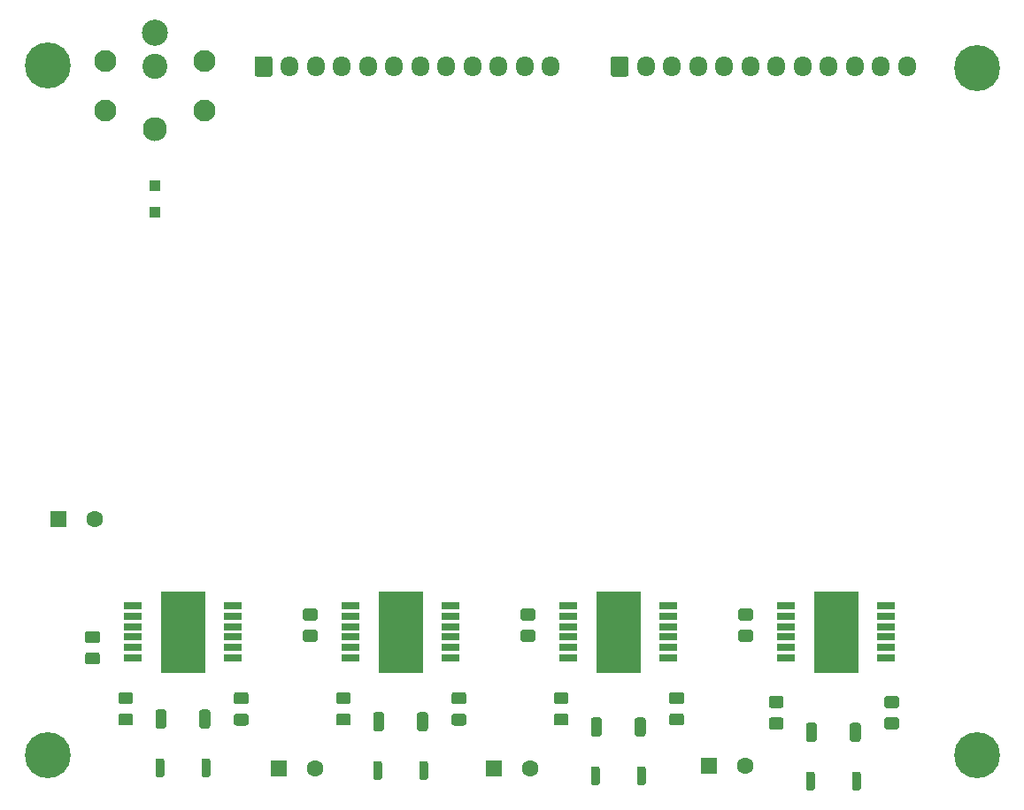
<source format=gts>
G04 #@! TF.GenerationSoftware,KiCad,Pcbnew,(5.1.5)-3*
G04 #@! TF.CreationDate,2020-03-16T21:32:30+01:00*
G04 #@! TF.ProjectId,motor,6d6f746f-722e-46b6-9963-61645f706362,rev?*
G04 #@! TF.SameCoordinates,Original*
G04 #@! TF.FileFunction,Soldermask,Top*
G04 #@! TF.FilePolarity,Negative*
%FSLAX46Y46*%
G04 Gerber Fmt 4.6, Leading zero omitted, Abs format (unit mm)*
G04 Created by KiCad (PCBNEW (5.1.5)-3) date 2020-03-16 21:32:30*
%MOMM*%
%LPD*%
G04 APERTURE LIST*
%ADD10C,2.100000*%
%ADD11C,2.500000*%
%ADD12C,2.400000*%
%ADD13C,2.300000*%
%ADD14R,1.600000X1.600000*%
%ADD15C,1.600000*%
%ADD16C,0.100000*%
%ADD17R,1.000000X1.000000*%
%ADD18O,1.700000X1.950000*%
%ADD19R,4.300000X7.900000*%
%ADD20R,1.750000X0.650000*%
%ADD21C,4.400000*%
G04 APERTURE END LIST*
D10*
X73228000Y-41504500D03*
X73228000Y-46204500D03*
X82728000Y-46204500D03*
X82728000Y-41504500D03*
D11*
X77978000Y-38754500D03*
D12*
X77978000Y-42004500D03*
D13*
X77978000Y-48004500D03*
D14*
X68707000Y-85344000D03*
D15*
X72207000Y-85344000D03*
D16*
G36*
X86707505Y-103965204D02*
G01*
X86731773Y-103968804D01*
X86755572Y-103974765D01*
X86778671Y-103983030D01*
X86800850Y-103993520D01*
X86821893Y-104006132D01*
X86841599Y-104020747D01*
X86859777Y-104037223D01*
X86876253Y-104055401D01*
X86890868Y-104075107D01*
X86903480Y-104096150D01*
X86913970Y-104118329D01*
X86922235Y-104141428D01*
X86928196Y-104165227D01*
X86931796Y-104189495D01*
X86933000Y-104213999D01*
X86933000Y-104864001D01*
X86931796Y-104888505D01*
X86928196Y-104912773D01*
X86922235Y-104936572D01*
X86913970Y-104959671D01*
X86903480Y-104981850D01*
X86890868Y-105002893D01*
X86876253Y-105022599D01*
X86859777Y-105040777D01*
X86841599Y-105057253D01*
X86821893Y-105071868D01*
X86800850Y-105084480D01*
X86778671Y-105094970D01*
X86755572Y-105103235D01*
X86731773Y-105109196D01*
X86707505Y-105112796D01*
X86683001Y-105114000D01*
X85782999Y-105114000D01*
X85758495Y-105112796D01*
X85734227Y-105109196D01*
X85710428Y-105103235D01*
X85687329Y-105094970D01*
X85665150Y-105084480D01*
X85644107Y-105071868D01*
X85624401Y-105057253D01*
X85606223Y-105040777D01*
X85589747Y-105022599D01*
X85575132Y-105002893D01*
X85562520Y-104981850D01*
X85552030Y-104959671D01*
X85543765Y-104936572D01*
X85537804Y-104912773D01*
X85534204Y-104888505D01*
X85533000Y-104864001D01*
X85533000Y-104213999D01*
X85534204Y-104189495D01*
X85537804Y-104165227D01*
X85543765Y-104141428D01*
X85552030Y-104118329D01*
X85562520Y-104096150D01*
X85575132Y-104075107D01*
X85589747Y-104055401D01*
X85606223Y-104037223D01*
X85624401Y-104020747D01*
X85644107Y-104006132D01*
X85665150Y-103993520D01*
X85687329Y-103983030D01*
X85710428Y-103974765D01*
X85734227Y-103968804D01*
X85758495Y-103965204D01*
X85782999Y-103964000D01*
X86683001Y-103964000D01*
X86707505Y-103965204D01*
G37*
G36*
X86707505Y-101915204D02*
G01*
X86731773Y-101918804D01*
X86755572Y-101924765D01*
X86778671Y-101933030D01*
X86800850Y-101943520D01*
X86821893Y-101956132D01*
X86841599Y-101970747D01*
X86859777Y-101987223D01*
X86876253Y-102005401D01*
X86890868Y-102025107D01*
X86903480Y-102046150D01*
X86913970Y-102068329D01*
X86922235Y-102091428D01*
X86928196Y-102115227D01*
X86931796Y-102139495D01*
X86933000Y-102163999D01*
X86933000Y-102814001D01*
X86931796Y-102838505D01*
X86928196Y-102862773D01*
X86922235Y-102886572D01*
X86913970Y-102909671D01*
X86903480Y-102931850D01*
X86890868Y-102952893D01*
X86876253Y-102972599D01*
X86859777Y-102990777D01*
X86841599Y-103007253D01*
X86821893Y-103021868D01*
X86800850Y-103034480D01*
X86778671Y-103044970D01*
X86755572Y-103053235D01*
X86731773Y-103059196D01*
X86707505Y-103062796D01*
X86683001Y-103064000D01*
X85782999Y-103064000D01*
X85758495Y-103062796D01*
X85734227Y-103059196D01*
X85710428Y-103053235D01*
X85687329Y-103044970D01*
X85665150Y-103034480D01*
X85644107Y-103021868D01*
X85624401Y-103007253D01*
X85606223Y-102990777D01*
X85589747Y-102972599D01*
X85575132Y-102952893D01*
X85562520Y-102931850D01*
X85552030Y-102909671D01*
X85543765Y-102886572D01*
X85537804Y-102862773D01*
X85534204Y-102838505D01*
X85533000Y-102814001D01*
X85533000Y-102163999D01*
X85534204Y-102139495D01*
X85537804Y-102115227D01*
X85543765Y-102091428D01*
X85552030Y-102068329D01*
X85562520Y-102046150D01*
X85575132Y-102025107D01*
X85589747Y-102005401D01*
X85606223Y-101987223D01*
X85624401Y-101970747D01*
X85644107Y-101956132D01*
X85665150Y-101943520D01*
X85687329Y-101933030D01*
X85710428Y-101924765D01*
X85734227Y-101918804D01*
X85758495Y-101915204D01*
X85782999Y-101914000D01*
X86683001Y-101914000D01*
X86707505Y-101915204D01*
G37*
G36*
X107535505Y-103965204D02*
G01*
X107559773Y-103968804D01*
X107583572Y-103974765D01*
X107606671Y-103983030D01*
X107628850Y-103993520D01*
X107649893Y-104006132D01*
X107669599Y-104020747D01*
X107687777Y-104037223D01*
X107704253Y-104055401D01*
X107718868Y-104075107D01*
X107731480Y-104096150D01*
X107741970Y-104118329D01*
X107750235Y-104141428D01*
X107756196Y-104165227D01*
X107759796Y-104189495D01*
X107761000Y-104213999D01*
X107761000Y-104864001D01*
X107759796Y-104888505D01*
X107756196Y-104912773D01*
X107750235Y-104936572D01*
X107741970Y-104959671D01*
X107731480Y-104981850D01*
X107718868Y-105002893D01*
X107704253Y-105022599D01*
X107687777Y-105040777D01*
X107669599Y-105057253D01*
X107649893Y-105071868D01*
X107628850Y-105084480D01*
X107606671Y-105094970D01*
X107583572Y-105103235D01*
X107559773Y-105109196D01*
X107535505Y-105112796D01*
X107511001Y-105114000D01*
X106610999Y-105114000D01*
X106586495Y-105112796D01*
X106562227Y-105109196D01*
X106538428Y-105103235D01*
X106515329Y-105094970D01*
X106493150Y-105084480D01*
X106472107Y-105071868D01*
X106452401Y-105057253D01*
X106434223Y-105040777D01*
X106417747Y-105022599D01*
X106403132Y-105002893D01*
X106390520Y-104981850D01*
X106380030Y-104959671D01*
X106371765Y-104936572D01*
X106365804Y-104912773D01*
X106362204Y-104888505D01*
X106361000Y-104864001D01*
X106361000Y-104213999D01*
X106362204Y-104189495D01*
X106365804Y-104165227D01*
X106371765Y-104141428D01*
X106380030Y-104118329D01*
X106390520Y-104096150D01*
X106403132Y-104075107D01*
X106417747Y-104055401D01*
X106434223Y-104037223D01*
X106452401Y-104020747D01*
X106472107Y-104006132D01*
X106493150Y-103993520D01*
X106515329Y-103983030D01*
X106538428Y-103974765D01*
X106562227Y-103968804D01*
X106586495Y-103965204D01*
X106610999Y-103964000D01*
X107511001Y-103964000D01*
X107535505Y-103965204D01*
G37*
G36*
X107535505Y-101915204D02*
G01*
X107559773Y-101918804D01*
X107583572Y-101924765D01*
X107606671Y-101933030D01*
X107628850Y-101943520D01*
X107649893Y-101956132D01*
X107669599Y-101970747D01*
X107687777Y-101987223D01*
X107704253Y-102005401D01*
X107718868Y-102025107D01*
X107731480Y-102046150D01*
X107741970Y-102068329D01*
X107750235Y-102091428D01*
X107756196Y-102115227D01*
X107759796Y-102139495D01*
X107761000Y-102163999D01*
X107761000Y-102814001D01*
X107759796Y-102838505D01*
X107756196Y-102862773D01*
X107750235Y-102886572D01*
X107741970Y-102909671D01*
X107731480Y-102931850D01*
X107718868Y-102952893D01*
X107704253Y-102972599D01*
X107687777Y-102990777D01*
X107669599Y-103007253D01*
X107649893Y-103021868D01*
X107628850Y-103034480D01*
X107606671Y-103044970D01*
X107583572Y-103053235D01*
X107559773Y-103059196D01*
X107535505Y-103062796D01*
X107511001Y-103064000D01*
X106610999Y-103064000D01*
X106586495Y-103062796D01*
X106562227Y-103059196D01*
X106538428Y-103053235D01*
X106515329Y-103044970D01*
X106493150Y-103034480D01*
X106472107Y-103021868D01*
X106452401Y-103007253D01*
X106434223Y-102990777D01*
X106417747Y-102972599D01*
X106403132Y-102952893D01*
X106390520Y-102931850D01*
X106380030Y-102909671D01*
X106371765Y-102886572D01*
X106365804Y-102862773D01*
X106362204Y-102838505D01*
X106361000Y-102814001D01*
X106361000Y-102163999D01*
X106362204Y-102139495D01*
X106365804Y-102115227D01*
X106371765Y-102091428D01*
X106380030Y-102068329D01*
X106390520Y-102046150D01*
X106403132Y-102025107D01*
X106417747Y-102005401D01*
X106434223Y-101987223D01*
X106452401Y-101970747D01*
X106472107Y-101956132D01*
X106493150Y-101943520D01*
X106515329Y-101933030D01*
X106538428Y-101924765D01*
X106562227Y-101918804D01*
X106586495Y-101915204D01*
X106610999Y-101914000D01*
X107511001Y-101914000D01*
X107535505Y-101915204D01*
G37*
G36*
X128363505Y-103956204D02*
G01*
X128387773Y-103959804D01*
X128411572Y-103965765D01*
X128434671Y-103974030D01*
X128456850Y-103984520D01*
X128477893Y-103997132D01*
X128497599Y-104011747D01*
X128515777Y-104028223D01*
X128532253Y-104046401D01*
X128546868Y-104066107D01*
X128559480Y-104087150D01*
X128569970Y-104109329D01*
X128578235Y-104132428D01*
X128584196Y-104156227D01*
X128587796Y-104180495D01*
X128589000Y-104204999D01*
X128589000Y-104855001D01*
X128587796Y-104879505D01*
X128584196Y-104903773D01*
X128578235Y-104927572D01*
X128569970Y-104950671D01*
X128559480Y-104972850D01*
X128546868Y-104993893D01*
X128532253Y-105013599D01*
X128515777Y-105031777D01*
X128497599Y-105048253D01*
X128477893Y-105062868D01*
X128456850Y-105075480D01*
X128434671Y-105085970D01*
X128411572Y-105094235D01*
X128387773Y-105100196D01*
X128363505Y-105103796D01*
X128339001Y-105105000D01*
X127438999Y-105105000D01*
X127414495Y-105103796D01*
X127390227Y-105100196D01*
X127366428Y-105094235D01*
X127343329Y-105085970D01*
X127321150Y-105075480D01*
X127300107Y-105062868D01*
X127280401Y-105048253D01*
X127262223Y-105031777D01*
X127245747Y-105013599D01*
X127231132Y-104993893D01*
X127218520Y-104972850D01*
X127208030Y-104950671D01*
X127199765Y-104927572D01*
X127193804Y-104903773D01*
X127190204Y-104879505D01*
X127189000Y-104855001D01*
X127189000Y-104204999D01*
X127190204Y-104180495D01*
X127193804Y-104156227D01*
X127199765Y-104132428D01*
X127208030Y-104109329D01*
X127218520Y-104087150D01*
X127231132Y-104066107D01*
X127245747Y-104046401D01*
X127262223Y-104028223D01*
X127280401Y-104011747D01*
X127300107Y-103997132D01*
X127321150Y-103984520D01*
X127343329Y-103974030D01*
X127366428Y-103965765D01*
X127390227Y-103959804D01*
X127414495Y-103956204D01*
X127438999Y-103955000D01*
X128339001Y-103955000D01*
X128363505Y-103956204D01*
G37*
G36*
X128363505Y-101906204D02*
G01*
X128387773Y-101909804D01*
X128411572Y-101915765D01*
X128434671Y-101924030D01*
X128456850Y-101934520D01*
X128477893Y-101947132D01*
X128497599Y-101961747D01*
X128515777Y-101978223D01*
X128532253Y-101996401D01*
X128546868Y-102016107D01*
X128559480Y-102037150D01*
X128569970Y-102059329D01*
X128578235Y-102082428D01*
X128584196Y-102106227D01*
X128587796Y-102130495D01*
X128589000Y-102154999D01*
X128589000Y-102805001D01*
X128587796Y-102829505D01*
X128584196Y-102853773D01*
X128578235Y-102877572D01*
X128569970Y-102900671D01*
X128559480Y-102922850D01*
X128546868Y-102943893D01*
X128532253Y-102963599D01*
X128515777Y-102981777D01*
X128497599Y-102998253D01*
X128477893Y-103012868D01*
X128456850Y-103025480D01*
X128434671Y-103035970D01*
X128411572Y-103044235D01*
X128387773Y-103050196D01*
X128363505Y-103053796D01*
X128339001Y-103055000D01*
X127438999Y-103055000D01*
X127414495Y-103053796D01*
X127390227Y-103050196D01*
X127366428Y-103044235D01*
X127343329Y-103035970D01*
X127321150Y-103025480D01*
X127300107Y-103012868D01*
X127280401Y-102998253D01*
X127262223Y-102981777D01*
X127245747Y-102963599D01*
X127231132Y-102943893D01*
X127218520Y-102922850D01*
X127208030Y-102900671D01*
X127199765Y-102877572D01*
X127193804Y-102853773D01*
X127190204Y-102829505D01*
X127189000Y-102805001D01*
X127189000Y-102154999D01*
X127190204Y-102130495D01*
X127193804Y-102106227D01*
X127199765Y-102082428D01*
X127208030Y-102059329D01*
X127218520Y-102037150D01*
X127231132Y-102016107D01*
X127245747Y-101996401D01*
X127262223Y-101978223D01*
X127280401Y-101961747D01*
X127300107Y-101947132D01*
X127321150Y-101934520D01*
X127343329Y-101924030D01*
X127366428Y-101915765D01*
X127390227Y-101909804D01*
X127414495Y-101906204D01*
X127438999Y-101905000D01*
X128339001Y-101905000D01*
X128363505Y-101906204D01*
G37*
G36*
X148937505Y-102287204D02*
G01*
X148961773Y-102290804D01*
X148985572Y-102296765D01*
X149008671Y-102305030D01*
X149030850Y-102315520D01*
X149051893Y-102328132D01*
X149071599Y-102342747D01*
X149089777Y-102359223D01*
X149106253Y-102377401D01*
X149120868Y-102397107D01*
X149133480Y-102418150D01*
X149143970Y-102440329D01*
X149152235Y-102463428D01*
X149158196Y-102487227D01*
X149161796Y-102511495D01*
X149163000Y-102535999D01*
X149163000Y-103186001D01*
X149161796Y-103210505D01*
X149158196Y-103234773D01*
X149152235Y-103258572D01*
X149143970Y-103281671D01*
X149133480Y-103303850D01*
X149120868Y-103324893D01*
X149106253Y-103344599D01*
X149089777Y-103362777D01*
X149071599Y-103379253D01*
X149051893Y-103393868D01*
X149030850Y-103406480D01*
X149008671Y-103416970D01*
X148985572Y-103425235D01*
X148961773Y-103431196D01*
X148937505Y-103434796D01*
X148913001Y-103436000D01*
X148012999Y-103436000D01*
X147988495Y-103434796D01*
X147964227Y-103431196D01*
X147940428Y-103425235D01*
X147917329Y-103416970D01*
X147895150Y-103406480D01*
X147874107Y-103393868D01*
X147854401Y-103379253D01*
X147836223Y-103362777D01*
X147819747Y-103344599D01*
X147805132Y-103324893D01*
X147792520Y-103303850D01*
X147782030Y-103281671D01*
X147773765Y-103258572D01*
X147767804Y-103234773D01*
X147764204Y-103210505D01*
X147763000Y-103186001D01*
X147763000Y-102535999D01*
X147764204Y-102511495D01*
X147767804Y-102487227D01*
X147773765Y-102463428D01*
X147782030Y-102440329D01*
X147792520Y-102418150D01*
X147805132Y-102397107D01*
X147819747Y-102377401D01*
X147836223Y-102359223D01*
X147854401Y-102342747D01*
X147874107Y-102328132D01*
X147895150Y-102315520D01*
X147917329Y-102305030D01*
X147940428Y-102296765D01*
X147964227Y-102290804D01*
X147988495Y-102287204D01*
X148012999Y-102286000D01*
X148913001Y-102286000D01*
X148937505Y-102287204D01*
G37*
G36*
X148937505Y-104337204D02*
G01*
X148961773Y-104340804D01*
X148985572Y-104346765D01*
X149008671Y-104355030D01*
X149030850Y-104365520D01*
X149051893Y-104378132D01*
X149071599Y-104392747D01*
X149089777Y-104409223D01*
X149106253Y-104427401D01*
X149120868Y-104447107D01*
X149133480Y-104468150D01*
X149143970Y-104490329D01*
X149152235Y-104513428D01*
X149158196Y-104537227D01*
X149161796Y-104561495D01*
X149163000Y-104585999D01*
X149163000Y-105236001D01*
X149161796Y-105260505D01*
X149158196Y-105284773D01*
X149152235Y-105308572D01*
X149143970Y-105331671D01*
X149133480Y-105353850D01*
X149120868Y-105374893D01*
X149106253Y-105394599D01*
X149089777Y-105412777D01*
X149071599Y-105429253D01*
X149051893Y-105443868D01*
X149030850Y-105456480D01*
X149008671Y-105466970D01*
X148985572Y-105475235D01*
X148961773Y-105481196D01*
X148937505Y-105484796D01*
X148913001Y-105486000D01*
X148012999Y-105486000D01*
X147988495Y-105484796D01*
X147964227Y-105481196D01*
X147940428Y-105475235D01*
X147917329Y-105466970D01*
X147895150Y-105456480D01*
X147874107Y-105443868D01*
X147854401Y-105429253D01*
X147836223Y-105412777D01*
X147819747Y-105394599D01*
X147805132Y-105374893D01*
X147792520Y-105353850D01*
X147782030Y-105331671D01*
X147773765Y-105308572D01*
X147767804Y-105284773D01*
X147764204Y-105260505D01*
X147763000Y-105236001D01*
X147763000Y-104585999D01*
X147764204Y-104561495D01*
X147767804Y-104537227D01*
X147773765Y-104513428D01*
X147782030Y-104490329D01*
X147792520Y-104468150D01*
X147805132Y-104447107D01*
X147819747Y-104427401D01*
X147836223Y-104409223D01*
X147854401Y-104392747D01*
X147874107Y-104378132D01*
X147895150Y-104365520D01*
X147917329Y-104355030D01*
X147940428Y-104346765D01*
X147964227Y-104340804D01*
X147988495Y-104337204D01*
X148012999Y-104336000D01*
X148913001Y-104336000D01*
X148937505Y-104337204D01*
G37*
G36*
X72483505Y-96064204D02*
G01*
X72507773Y-96067804D01*
X72531572Y-96073765D01*
X72554671Y-96082030D01*
X72576850Y-96092520D01*
X72597893Y-96105132D01*
X72617599Y-96119747D01*
X72635777Y-96136223D01*
X72652253Y-96154401D01*
X72666868Y-96174107D01*
X72679480Y-96195150D01*
X72689970Y-96217329D01*
X72698235Y-96240428D01*
X72704196Y-96264227D01*
X72707796Y-96288495D01*
X72709000Y-96312999D01*
X72709000Y-96963001D01*
X72707796Y-96987505D01*
X72704196Y-97011773D01*
X72698235Y-97035572D01*
X72689970Y-97058671D01*
X72679480Y-97080850D01*
X72666868Y-97101893D01*
X72652253Y-97121599D01*
X72635777Y-97139777D01*
X72617599Y-97156253D01*
X72597893Y-97170868D01*
X72576850Y-97183480D01*
X72554671Y-97193970D01*
X72531572Y-97202235D01*
X72507773Y-97208196D01*
X72483505Y-97211796D01*
X72459001Y-97213000D01*
X71558999Y-97213000D01*
X71534495Y-97211796D01*
X71510227Y-97208196D01*
X71486428Y-97202235D01*
X71463329Y-97193970D01*
X71441150Y-97183480D01*
X71420107Y-97170868D01*
X71400401Y-97156253D01*
X71382223Y-97139777D01*
X71365747Y-97121599D01*
X71351132Y-97101893D01*
X71338520Y-97080850D01*
X71328030Y-97058671D01*
X71319765Y-97035572D01*
X71313804Y-97011773D01*
X71310204Y-96987505D01*
X71309000Y-96963001D01*
X71309000Y-96312999D01*
X71310204Y-96288495D01*
X71313804Y-96264227D01*
X71319765Y-96240428D01*
X71328030Y-96217329D01*
X71338520Y-96195150D01*
X71351132Y-96174107D01*
X71365747Y-96154401D01*
X71382223Y-96136223D01*
X71400401Y-96119747D01*
X71420107Y-96105132D01*
X71441150Y-96092520D01*
X71463329Y-96082030D01*
X71486428Y-96073765D01*
X71510227Y-96067804D01*
X71534495Y-96064204D01*
X71558999Y-96063000D01*
X72459001Y-96063000D01*
X72483505Y-96064204D01*
G37*
G36*
X72483505Y-98114204D02*
G01*
X72507773Y-98117804D01*
X72531572Y-98123765D01*
X72554671Y-98132030D01*
X72576850Y-98142520D01*
X72597893Y-98155132D01*
X72617599Y-98169747D01*
X72635777Y-98186223D01*
X72652253Y-98204401D01*
X72666868Y-98224107D01*
X72679480Y-98245150D01*
X72689970Y-98267329D01*
X72698235Y-98290428D01*
X72704196Y-98314227D01*
X72707796Y-98338495D01*
X72709000Y-98362999D01*
X72709000Y-99013001D01*
X72707796Y-99037505D01*
X72704196Y-99061773D01*
X72698235Y-99085572D01*
X72689970Y-99108671D01*
X72679480Y-99130850D01*
X72666868Y-99151893D01*
X72652253Y-99171599D01*
X72635777Y-99189777D01*
X72617599Y-99206253D01*
X72597893Y-99220868D01*
X72576850Y-99233480D01*
X72554671Y-99243970D01*
X72531572Y-99252235D01*
X72507773Y-99258196D01*
X72483505Y-99261796D01*
X72459001Y-99263000D01*
X71558999Y-99263000D01*
X71534495Y-99261796D01*
X71510227Y-99258196D01*
X71486428Y-99252235D01*
X71463329Y-99243970D01*
X71441150Y-99233480D01*
X71420107Y-99220868D01*
X71400401Y-99206253D01*
X71382223Y-99189777D01*
X71365747Y-99171599D01*
X71351132Y-99151893D01*
X71338520Y-99130850D01*
X71328030Y-99108671D01*
X71319765Y-99085572D01*
X71313804Y-99061773D01*
X71310204Y-99037505D01*
X71309000Y-99013001D01*
X71309000Y-98362999D01*
X71310204Y-98338495D01*
X71313804Y-98314227D01*
X71319765Y-98290428D01*
X71328030Y-98267329D01*
X71338520Y-98245150D01*
X71351132Y-98224107D01*
X71365747Y-98204401D01*
X71382223Y-98186223D01*
X71400401Y-98169747D01*
X71420107Y-98155132D01*
X71441150Y-98142520D01*
X71463329Y-98132030D01*
X71486428Y-98123765D01*
X71510227Y-98117804D01*
X71534495Y-98114204D01*
X71558999Y-98113000D01*
X72459001Y-98113000D01*
X72483505Y-98114204D01*
G37*
G36*
X75658505Y-101906204D02*
G01*
X75682773Y-101909804D01*
X75706572Y-101915765D01*
X75729671Y-101924030D01*
X75751850Y-101934520D01*
X75772893Y-101947132D01*
X75792599Y-101961747D01*
X75810777Y-101978223D01*
X75827253Y-101996401D01*
X75841868Y-102016107D01*
X75854480Y-102037150D01*
X75864970Y-102059329D01*
X75873235Y-102082428D01*
X75879196Y-102106227D01*
X75882796Y-102130495D01*
X75884000Y-102154999D01*
X75884000Y-102805001D01*
X75882796Y-102829505D01*
X75879196Y-102853773D01*
X75873235Y-102877572D01*
X75864970Y-102900671D01*
X75854480Y-102922850D01*
X75841868Y-102943893D01*
X75827253Y-102963599D01*
X75810777Y-102981777D01*
X75792599Y-102998253D01*
X75772893Y-103012868D01*
X75751850Y-103025480D01*
X75729671Y-103035970D01*
X75706572Y-103044235D01*
X75682773Y-103050196D01*
X75658505Y-103053796D01*
X75634001Y-103055000D01*
X74733999Y-103055000D01*
X74709495Y-103053796D01*
X74685227Y-103050196D01*
X74661428Y-103044235D01*
X74638329Y-103035970D01*
X74616150Y-103025480D01*
X74595107Y-103012868D01*
X74575401Y-102998253D01*
X74557223Y-102981777D01*
X74540747Y-102963599D01*
X74526132Y-102943893D01*
X74513520Y-102922850D01*
X74503030Y-102900671D01*
X74494765Y-102877572D01*
X74488804Y-102853773D01*
X74485204Y-102829505D01*
X74484000Y-102805001D01*
X74484000Y-102154999D01*
X74485204Y-102130495D01*
X74488804Y-102106227D01*
X74494765Y-102082428D01*
X74503030Y-102059329D01*
X74513520Y-102037150D01*
X74526132Y-102016107D01*
X74540747Y-101996401D01*
X74557223Y-101978223D01*
X74575401Y-101961747D01*
X74595107Y-101947132D01*
X74616150Y-101934520D01*
X74638329Y-101924030D01*
X74661428Y-101915765D01*
X74685227Y-101909804D01*
X74709495Y-101906204D01*
X74733999Y-101905000D01*
X75634001Y-101905000D01*
X75658505Y-101906204D01*
G37*
G36*
X75658505Y-103956204D02*
G01*
X75682773Y-103959804D01*
X75706572Y-103965765D01*
X75729671Y-103974030D01*
X75751850Y-103984520D01*
X75772893Y-103997132D01*
X75792599Y-104011747D01*
X75810777Y-104028223D01*
X75827253Y-104046401D01*
X75841868Y-104066107D01*
X75854480Y-104087150D01*
X75864970Y-104109329D01*
X75873235Y-104132428D01*
X75879196Y-104156227D01*
X75882796Y-104180495D01*
X75884000Y-104204999D01*
X75884000Y-104855001D01*
X75882796Y-104879505D01*
X75879196Y-104903773D01*
X75873235Y-104927572D01*
X75864970Y-104950671D01*
X75854480Y-104972850D01*
X75841868Y-104993893D01*
X75827253Y-105013599D01*
X75810777Y-105031777D01*
X75792599Y-105048253D01*
X75772893Y-105062868D01*
X75751850Y-105075480D01*
X75729671Y-105085970D01*
X75706572Y-105094235D01*
X75682773Y-105100196D01*
X75658505Y-105103796D01*
X75634001Y-105105000D01*
X74733999Y-105105000D01*
X74709495Y-105103796D01*
X74685227Y-105100196D01*
X74661428Y-105094235D01*
X74638329Y-105085970D01*
X74616150Y-105075480D01*
X74595107Y-105062868D01*
X74575401Y-105048253D01*
X74557223Y-105031777D01*
X74540747Y-105013599D01*
X74526132Y-104993893D01*
X74513520Y-104972850D01*
X74503030Y-104950671D01*
X74494765Y-104927572D01*
X74488804Y-104903773D01*
X74485204Y-104879505D01*
X74484000Y-104855001D01*
X74484000Y-104204999D01*
X74485204Y-104180495D01*
X74488804Y-104156227D01*
X74494765Y-104132428D01*
X74503030Y-104109329D01*
X74513520Y-104087150D01*
X74526132Y-104066107D01*
X74540747Y-104046401D01*
X74557223Y-104028223D01*
X74575401Y-104011747D01*
X74595107Y-103997132D01*
X74616150Y-103984520D01*
X74638329Y-103974030D01*
X74661428Y-103965765D01*
X74685227Y-103959804D01*
X74709495Y-103956204D01*
X74733999Y-103955000D01*
X75634001Y-103955000D01*
X75658505Y-103956204D01*
G37*
G36*
X96486505Y-101906204D02*
G01*
X96510773Y-101909804D01*
X96534572Y-101915765D01*
X96557671Y-101924030D01*
X96579850Y-101934520D01*
X96600893Y-101947132D01*
X96620599Y-101961747D01*
X96638777Y-101978223D01*
X96655253Y-101996401D01*
X96669868Y-102016107D01*
X96682480Y-102037150D01*
X96692970Y-102059329D01*
X96701235Y-102082428D01*
X96707196Y-102106227D01*
X96710796Y-102130495D01*
X96712000Y-102154999D01*
X96712000Y-102805001D01*
X96710796Y-102829505D01*
X96707196Y-102853773D01*
X96701235Y-102877572D01*
X96692970Y-102900671D01*
X96682480Y-102922850D01*
X96669868Y-102943893D01*
X96655253Y-102963599D01*
X96638777Y-102981777D01*
X96620599Y-102998253D01*
X96600893Y-103012868D01*
X96579850Y-103025480D01*
X96557671Y-103035970D01*
X96534572Y-103044235D01*
X96510773Y-103050196D01*
X96486505Y-103053796D01*
X96462001Y-103055000D01*
X95561999Y-103055000D01*
X95537495Y-103053796D01*
X95513227Y-103050196D01*
X95489428Y-103044235D01*
X95466329Y-103035970D01*
X95444150Y-103025480D01*
X95423107Y-103012868D01*
X95403401Y-102998253D01*
X95385223Y-102981777D01*
X95368747Y-102963599D01*
X95354132Y-102943893D01*
X95341520Y-102922850D01*
X95331030Y-102900671D01*
X95322765Y-102877572D01*
X95316804Y-102853773D01*
X95313204Y-102829505D01*
X95312000Y-102805001D01*
X95312000Y-102154999D01*
X95313204Y-102130495D01*
X95316804Y-102106227D01*
X95322765Y-102082428D01*
X95331030Y-102059329D01*
X95341520Y-102037150D01*
X95354132Y-102016107D01*
X95368747Y-101996401D01*
X95385223Y-101978223D01*
X95403401Y-101961747D01*
X95423107Y-101947132D01*
X95444150Y-101934520D01*
X95466329Y-101924030D01*
X95489428Y-101915765D01*
X95513227Y-101909804D01*
X95537495Y-101906204D01*
X95561999Y-101905000D01*
X96462001Y-101905000D01*
X96486505Y-101906204D01*
G37*
G36*
X96486505Y-103956204D02*
G01*
X96510773Y-103959804D01*
X96534572Y-103965765D01*
X96557671Y-103974030D01*
X96579850Y-103984520D01*
X96600893Y-103997132D01*
X96620599Y-104011747D01*
X96638777Y-104028223D01*
X96655253Y-104046401D01*
X96669868Y-104066107D01*
X96682480Y-104087150D01*
X96692970Y-104109329D01*
X96701235Y-104132428D01*
X96707196Y-104156227D01*
X96710796Y-104180495D01*
X96712000Y-104204999D01*
X96712000Y-104855001D01*
X96710796Y-104879505D01*
X96707196Y-104903773D01*
X96701235Y-104927572D01*
X96692970Y-104950671D01*
X96682480Y-104972850D01*
X96669868Y-104993893D01*
X96655253Y-105013599D01*
X96638777Y-105031777D01*
X96620599Y-105048253D01*
X96600893Y-105062868D01*
X96579850Y-105075480D01*
X96557671Y-105085970D01*
X96534572Y-105094235D01*
X96510773Y-105100196D01*
X96486505Y-105103796D01*
X96462001Y-105105000D01*
X95561999Y-105105000D01*
X95537495Y-105103796D01*
X95513227Y-105100196D01*
X95489428Y-105094235D01*
X95466329Y-105085970D01*
X95444150Y-105075480D01*
X95423107Y-105062868D01*
X95403401Y-105048253D01*
X95385223Y-105031777D01*
X95368747Y-105013599D01*
X95354132Y-104993893D01*
X95341520Y-104972850D01*
X95331030Y-104950671D01*
X95322765Y-104927572D01*
X95316804Y-104903773D01*
X95313204Y-104879505D01*
X95312000Y-104855001D01*
X95312000Y-104204999D01*
X95313204Y-104180495D01*
X95316804Y-104156227D01*
X95322765Y-104132428D01*
X95331030Y-104109329D01*
X95341520Y-104087150D01*
X95354132Y-104066107D01*
X95368747Y-104046401D01*
X95385223Y-104028223D01*
X95403401Y-104011747D01*
X95423107Y-103997132D01*
X95444150Y-103984520D01*
X95466329Y-103974030D01*
X95489428Y-103965765D01*
X95513227Y-103959804D01*
X95537495Y-103956204D01*
X95561999Y-103955000D01*
X96462001Y-103955000D01*
X96486505Y-103956204D01*
G37*
G36*
X117314505Y-101906204D02*
G01*
X117338773Y-101909804D01*
X117362572Y-101915765D01*
X117385671Y-101924030D01*
X117407850Y-101934520D01*
X117428893Y-101947132D01*
X117448599Y-101961747D01*
X117466777Y-101978223D01*
X117483253Y-101996401D01*
X117497868Y-102016107D01*
X117510480Y-102037150D01*
X117520970Y-102059329D01*
X117529235Y-102082428D01*
X117535196Y-102106227D01*
X117538796Y-102130495D01*
X117540000Y-102154999D01*
X117540000Y-102805001D01*
X117538796Y-102829505D01*
X117535196Y-102853773D01*
X117529235Y-102877572D01*
X117520970Y-102900671D01*
X117510480Y-102922850D01*
X117497868Y-102943893D01*
X117483253Y-102963599D01*
X117466777Y-102981777D01*
X117448599Y-102998253D01*
X117428893Y-103012868D01*
X117407850Y-103025480D01*
X117385671Y-103035970D01*
X117362572Y-103044235D01*
X117338773Y-103050196D01*
X117314505Y-103053796D01*
X117290001Y-103055000D01*
X116389999Y-103055000D01*
X116365495Y-103053796D01*
X116341227Y-103050196D01*
X116317428Y-103044235D01*
X116294329Y-103035970D01*
X116272150Y-103025480D01*
X116251107Y-103012868D01*
X116231401Y-102998253D01*
X116213223Y-102981777D01*
X116196747Y-102963599D01*
X116182132Y-102943893D01*
X116169520Y-102922850D01*
X116159030Y-102900671D01*
X116150765Y-102877572D01*
X116144804Y-102853773D01*
X116141204Y-102829505D01*
X116140000Y-102805001D01*
X116140000Y-102154999D01*
X116141204Y-102130495D01*
X116144804Y-102106227D01*
X116150765Y-102082428D01*
X116159030Y-102059329D01*
X116169520Y-102037150D01*
X116182132Y-102016107D01*
X116196747Y-101996401D01*
X116213223Y-101978223D01*
X116231401Y-101961747D01*
X116251107Y-101947132D01*
X116272150Y-101934520D01*
X116294329Y-101924030D01*
X116317428Y-101915765D01*
X116341227Y-101909804D01*
X116365495Y-101906204D01*
X116389999Y-101905000D01*
X117290001Y-101905000D01*
X117314505Y-101906204D01*
G37*
G36*
X117314505Y-103956204D02*
G01*
X117338773Y-103959804D01*
X117362572Y-103965765D01*
X117385671Y-103974030D01*
X117407850Y-103984520D01*
X117428893Y-103997132D01*
X117448599Y-104011747D01*
X117466777Y-104028223D01*
X117483253Y-104046401D01*
X117497868Y-104066107D01*
X117510480Y-104087150D01*
X117520970Y-104109329D01*
X117529235Y-104132428D01*
X117535196Y-104156227D01*
X117538796Y-104180495D01*
X117540000Y-104204999D01*
X117540000Y-104855001D01*
X117538796Y-104879505D01*
X117535196Y-104903773D01*
X117529235Y-104927572D01*
X117520970Y-104950671D01*
X117510480Y-104972850D01*
X117497868Y-104993893D01*
X117483253Y-105013599D01*
X117466777Y-105031777D01*
X117448599Y-105048253D01*
X117428893Y-105062868D01*
X117407850Y-105075480D01*
X117385671Y-105085970D01*
X117362572Y-105094235D01*
X117338773Y-105100196D01*
X117314505Y-105103796D01*
X117290001Y-105105000D01*
X116389999Y-105105000D01*
X116365495Y-105103796D01*
X116341227Y-105100196D01*
X116317428Y-105094235D01*
X116294329Y-105085970D01*
X116272150Y-105075480D01*
X116251107Y-105062868D01*
X116231401Y-105048253D01*
X116213223Y-105031777D01*
X116196747Y-105013599D01*
X116182132Y-104993893D01*
X116169520Y-104972850D01*
X116159030Y-104950671D01*
X116150765Y-104927572D01*
X116144804Y-104903773D01*
X116141204Y-104879505D01*
X116140000Y-104855001D01*
X116140000Y-104204999D01*
X116141204Y-104180495D01*
X116144804Y-104156227D01*
X116150765Y-104132428D01*
X116159030Y-104109329D01*
X116169520Y-104087150D01*
X116182132Y-104066107D01*
X116196747Y-104046401D01*
X116213223Y-104028223D01*
X116231401Y-104011747D01*
X116251107Y-103997132D01*
X116272150Y-103984520D01*
X116294329Y-103974030D01*
X116317428Y-103965765D01*
X116341227Y-103959804D01*
X116365495Y-103956204D01*
X116389999Y-103955000D01*
X117290001Y-103955000D01*
X117314505Y-103956204D01*
G37*
G36*
X137888505Y-102287204D02*
G01*
X137912773Y-102290804D01*
X137936572Y-102296765D01*
X137959671Y-102305030D01*
X137981850Y-102315520D01*
X138002893Y-102328132D01*
X138022599Y-102342747D01*
X138040777Y-102359223D01*
X138057253Y-102377401D01*
X138071868Y-102397107D01*
X138084480Y-102418150D01*
X138094970Y-102440329D01*
X138103235Y-102463428D01*
X138109196Y-102487227D01*
X138112796Y-102511495D01*
X138114000Y-102535999D01*
X138114000Y-103186001D01*
X138112796Y-103210505D01*
X138109196Y-103234773D01*
X138103235Y-103258572D01*
X138094970Y-103281671D01*
X138084480Y-103303850D01*
X138071868Y-103324893D01*
X138057253Y-103344599D01*
X138040777Y-103362777D01*
X138022599Y-103379253D01*
X138002893Y-103393868D01*
X137981850Y-103406480D01*
X137959671Y-103416970D01*
X137936572Y-103425235D01*
X137912773Y-103431196D01*
X137888505Y-103434796D01*
X137864001Y-103436000D01*
X136963999Y-103436000D01*
X136939495Y-103434796D01*
X136915227Y-103431196D01*
X136891428Y-103425235D01*
X136868329Y-103416970D01*
X136846150Y-103406480D01*
X136825107Y-103393868D01*
X136805401Y-103379253D01*
X136787223Y-103362777D01*
X136770747Y-103344599D01*
X136756132Y-103324893D01*
X136743520Y-103303850D01*
X136733030Y-103281671D01*
X136724765Y-103258572D01*
X136718804Y-103234773D01*
X136715204Y-103210505D01*
X136714000Y-103186001D01*
X136714000Y-102535999D01*
X136715204Y-102511495D01*
X136718804Y-102487227D01*
X136724765Y-102463428D01*
X136733030Y-102440329D01*
X136743520Y-102418150D01*
X136756132Y-102397107D01*
X136770747Y-102377401D01*
X136787223Y-102359223D01*
X136805401Y-102342747D01*
X136825107Y-102328132D01*
X136846150Y-102315520D01*
X136868329Y-102305030D01*
X136891428Y-102296765D01*
X136915227Y-102290804D01*
X136939495Y-102287204D01*
X136963999Y-102286000D01*
X137864001Y-102286000D01*
X137888505Y-102287204D01*
G37*
G36*
X137888505Y-104337204D02*
G01*
X137912773Y-104340804D01*
X137936572Y-104346765D01*
X137959671Y-104355030D01*
X137981850Y-104365520D01*
X138002893Y-104378132D01*
X138022599Y-104392747D01*
X138040777Y-104409223D01*
X138057253Y-104427401D01*
X138071868Y-104447107D01*
X138084480Y-104468150D01*
X138094970Y-104490329D01*
X138103235Y-104513428D01*
X138109196Y-104537227D01*
X138112796Y-104561495D01*
X138114000Y-104585999D01*
X138114000Y-105236001D01*
X138112796Y-105260505D01*
X138109196Y-105284773D01*
X138103235Y-105308572D01*
X138094970Y-105331671D01*
X138084480Y-105353850D01*
X138071868Y-105374893D01*
X138057253Y-105394599D01*
X138040777Y-105412777D01*
X138022599Y-105429253D01*
X138002893Y-105443868D01*
X137981850Y-105456480D01*
X137959671Y-105466970D01*
X137936572Y-105475235D01*
X137912773Y-105481196D01*
X137888505Y-105484796D01*
X137864001Y-105486000D01*
X136963999Y-105486000D01*
X136939495Y-105484796D01*
X136915227Y-105481196D01*
X136891428Y-105475235D01*
X136868329Y-105466970D01*
X136846150Y-105456480D01*
X136825107Y-105443868D01*
X136805401Y-105429253D01*
X136787223Y-105412777D01*
X136770747Y-105394599D01*
X136756132Y-105374893D01*
X136743520Y-105353850D01*
X136733030Y-105331671D01*
X136724765Y-105308572D01*
X136718804Y-105284773D01*
X136715204Y-105260505D01*
X136714000Y-105236001D01*
X136714000Y-104585999D01*
X136715204Y-104561495D01*
X136718804Y-104537227D01*
X136724765Y-104513428D01*
X136733030Y-104490329D01*
X136743520Y-104468150D01*
X136756132Y-104447107D01*
X136770747Y-104427401D01*
X136787223Y-104409223D01*
X136805401Y-104392747D01*
X136825107Y-104378132D01*
X136846150Y-104365520D01*
X136868329Y-104355030D01*
X136891428Y-104346765D01*
X136915227Y-104340804D01*
X136939495Y-104337204D01*
X136963999Y-104336000D01*
X137864001Y-104336000D01*
X137888505Y-104337204D01*
G37*
D15*
X93289000Y-109220000D03*
D14*
X89789000Y-109220000D03*
D16*
G36*
X93311505Y-93905204D02*
G01*
X93335773Y-93908804D01*
X93359572Y-93914765D01*
X93382671Y-93923030D01*
X93404850Y-93933520D01*
X93425893Y-93946132D01*
X93445599Y-93960747D01*
X93463777Y-93977223D01*
X93480253Y-93995401D01*
X93494868Y-94015107D01*
X93507480Y-94036150D01*
X93517970Y-94058329D01*
X93526235Y-94081428D01*
X93532196Y-94105227D01*
X93535796Y-94129495D01*
X93537000Y-94153999D01*
X93537000Y-94804001D01*
X93535796Y-94828505D01*
X93532196Y-94852773D01*
X93526235Y-94876572D01*
X93517970Y-94899671D01*
X93507480Y-94921850D01*
X93494868Y-94942893D01*
X93480253Y-94962599D01*
X93463777Y-94980777D01*
X93445599Y-94997253D01*
X93425893Y-95011868D01*
X93404850Y-95024480D01*
X93382671Y-95034970D01*
X93359572Y-95043235D01*
X93335773Y-95049196D01*
X93311505Y-95052796D01*
X93287001Y-95054000D01*
X92386999Y-95054000D01*
X92362495Y-95052796D01*
X92338227Y-95049196D01*
X92314428Y-95043235D01*
X92291329Y-95034970D01*
X92269150Y-95024480D01*
X92248107Y-95011868D01*
X92228401Y-94997253D01*
X92210223Y-94980777D01*
X92193747Y-94962599D01*
X92179132Y-94942893D01*
X92166520Y-94921850D01*
X92156030Y-94899671D01*
X92147765Y-94876572D01*
X92141804Y-94852773D01*
X92138204Y-94828505D01*
X92137000Y-94804001D01*
X92137000Y-94153999D01*
X92138204Y-94129495D01*
X92141804Y-94105227D01*
X92147765Y-94081428D01*
X92156030Y-94058329D01*
X92166520Y-94036150D01*
X92179132Y-94015107D01*
X92193747Y-93995401D01*
X92210223Y-93977223D01*
X92228401Y-93960747D01*
X92248107Y-93946132D01*
X92269150Y-93933520D01*
X92291329Y-93923030D01*
X92314428Y-93914765D01*
X92338227Y-93908804D01*
X92362495Y-93905204D01*
X92386999Y-93904000D01*
X93287001Y-93904000D01*
X93311505Y-93905204D01*
G37*
G36*
X93311505Y-95955204D02*
G01*
X93335773Y-95958804D01*
X93359572Y-95964765D01*
X93382671Y-95973030D01*
X93404850Y-95983520D01*
X93425893Y-95996132D01*
X93445599Y-96010747D01*
X93463777Y-96027223D01*
X93480253Y-96045401D01*
X93494868Y-96065107D01*
X93507480Y-96086150D01*
X93517970Y-96108329D01*
X93526235Y-96131428D01*
X93532196Y-96155227D01*
X93535796Y-96179495D01*
X93537000Y-96203999D01*
X93537000Y-96854001D01*
X93535796Y-96878505D01*
X93532196Y-96902773D01*
X93526235Y-96926572D01*
X93517970Y-96949671D01*
X93507480Y-96971850D01*
X93494868Y-96992893D01*
X93480253Y-97012599D01*
X93463777Y-97030777D01*
X93445599Y-97047253D01*
X93425893Y-97061868D01*
X93404850Y-97074480D01*
X93382671Y-97084970D01*
X93359572Y-97093235D01*
X93335773Y-97099196D01*
X93311505Y-97102796D01*
X93287001Y-97104000D01*
X92386999Y-97104000D01*
X92362495Y-97102796D01*
X92338227Y-97099196D01*
X92314428Y-97093235D01*
X92291329Y-97084970D01*
X92269150Y-97074480D01*
X92248107Y-97061868D01*
X92228401Y-97047253D01*
X92210223Y-97030777D01*
X92193747Y-97012599D01*
X92179132Y-96992893D01*
X92166520Y-96971850D01*
X92156030Y-96949671D01*
X92147765Y-96926572D01*
X92141804Y-96902773D01*
X92138204Y-96878505D01*
X92137000Y-96854001D01*
X92137000Y-96203999D01*
X92138204Y-96179495D01*
X92141804Y-96155227D01*
X92147765Y-96131428D01*
X92156030Y-96108329D01*
X92166520Y-96086150D01*
X92179132Y-96065107D01*
X92193747Y-96045401D01*
X92210223Y-96027223D01*
X92228401Y-96010747D01*
X92248107Y-95996132D01*
X92269150Y-95983520D01*
X92291329Y-95973030D01*
X92314428Y-95964765D01*
X92338227Y-95958804D01*
X92362495Y-95955204D01*
X92386999Y-95954000D01*
X93287001Y-95954000D01*
X93311505Y-95955204D01*
G37*
D14*
X110363000Y-109220000D03*
D15*
X113863000Y-109220000D03*
D16*
G36*
X114139505Y-95955204D02*
G01*
X114163773Y-95958804D01*
X114187572Y-95964765D01*
X114210671Y-95973030D01*
X114232850Y-95983520D01*
X114253893Y-95996132D01*
X114273599Y-96010747D01*
X114291777Y-96027223D01*
X114308253Y-96045401D01*
X114322868Y-96065107D01*
X114335480Y-96086150D01*
X114345970Y-96108329D01*
X114354235Y-96131428D01*
X114360196Y-96155227D01*
X114363796Y-96179495D01*
X114365000Y-96203999D01*
X114365000Y-96854001D01*
X114363796Y-96878505D01*
X114360196Y-96902773D01*
X114354235Y-96926572D01*
X114345970Y-96949671D01*
X114335480Y-96971850D01*
X114322868Y-96992893D01*
X114308253Y-97012599D01*
X114291777Y-97030777D01*
X114273599Y-97047253D01*
X114253893Y-97061868D01*
X114232850Y-97074480D01*
X114210671Y-97084970D01*
X114187572Y-97093235D01*
X114163773Y-97099196D01*
X114139505Y-97102796D01*
X114115001Y-97104000D01*
X113214999Y-97104000D01*
X113190495Y-97102796D01*
X113166227Y-97099196D01*
X113142428Y-97093235D01*
X113119329Y-97084970D01*
X113097150Y-97074480D01*
X113076107Y-97061868D01*
X113056401Y-97047253D01*
X113038223Y-97030777D01*
X113021747Y-97012599D01*
X113007132Y-96992893D01*
X112994520Y-96971850D01*
X112984030Y-96949671D01*
X112975765Y-96926572D01*
X112969804Y-96902773D01*
X112966204Y-96878505D01*
X112965000Y-96854001D01*
X112965000Y-96203999D01*
X112966204Y-96179495D01*
X112969804Y-96155227D01*
X112975765Y-96131428D01*
X112984030Y-96108329D01*
X112994520Y-96086150D01*
X113007132Y-96065107D01*
X113021747Y-96045401D01*
X113038223Y-96027223D01*
X113056401Y-96010747D01*
X113076107Y-95996132D01*
X113097150Y-95983520D01*
X113119329Y-95973030D01*
X113142428Y-95964765D01*
X113166227Y-95958804D01*
X113190495Y-95955204D01*
X113214999Y-95954000D01*
X114115001Y-95954000D01*
X114139505Y-95955204D01*
G37*
G36*
X114139505Y-93905204D02*
G01*
X114163773Y-93908804D01*
X114187572Y-93914765D01*
X114210671Y-93923030D01*
X114232850Y-93933520D01*
X114253893Y-93946132D01*
X114273599Y-93960747D01*
X114291777Y-93977223D01*
X114308253Y-93995401D01*
X114322868Y-94015107D01*
X114335480Y-94036150D01*
X114345970Y-94058329D01*
X114354235Y-94081428D01*
X114360196Y-94105227D01*
X114363796Y-94129495D01*
X114365000Y-94153999D01*
X114365000Y-94804001D01*
X114363796Y-94828505D01*
X114360196Y-94852773D01*
X114354235Y-94876572D01*
X114345970Y-94899671D01*
X114335480Y-94921850D01*
X114322868Y-94942893D01*
X114308253Y-94962599D01*
X114291777Y-94980777D01*
X114273599Y-94997253D01*
X114253893Y-95011868D01*
X114232850Y-95024480D01*
X114210671Y-95034970D01*
X114187572Y-95043235D01*
X114163773Y-95049196D01*
X114139505Y-95052796D01*
X114115001Y-95054000D01*
X113214999Y-95054000D01*
X113190495Y-95052796D01*
X113166227Y-95049196D01*
X113142428Y-95043235D01*
X113119329Y-95034970D01*
X113097150Y-95024480D01*
X113076107Y-95011868D01*
X113056401Y-94997253D01*
X113038223Y-94980777D01*
X113021747Y-94962599D01*
X113007132Y-94942893D01*
X112994520Y-94921850D01*
X112984030Y-94899671D01*
X112975765Y-94876572D01*
X112969804Y-94852773D01*
X112966204Y-94828505D01*
X112965000Y-94804001D01*
X112965000Y-94153999D01*
X112966204Y-94129495D01*
X112969804Y-94105227D01*
X112975765Y-94081428D01*
X112984030Y-94058329D01*
X112994520Y-94036150D01*
X113007132Y-94015107D01*
X113021747Y-93995401D01*
X113038223Y-93977223D01*
X113056401Y-93960747D01*
X113076107Y-93946132D01*
X113097150Y-93933520D01*
X113119329Y-93923030D01*
X113142428Y-93914765D01*
X113166227Y-93908804D01*
X113190495Y-93905204D01*
X113214999Y-93904000D01*
X114115001Y-93904000D01*
X114139505Y-93905204D01*
G37*
D15*
X134437000Y-108966000D03*
D14*
X130937000Y-108966000D03*
D16*
G36*
X134967505Y-93905204D02*
G01*
X134991773Y-93908804D01*
X135015572Y-93914765D01*
X135038671Y-93923030D01*
X135060850Y-93933520D01*
X135081893Y-93946132D01*
X135101599Y-93960747D01*
X135119777Y-93977223D01*
X135136253Y-93995401D01*
X135150868Y-94015107D01*
X135163480Y-94036150D01*
X135173970Y-94058329D01*
X135182235Y-94081428D01*
X135188196Y-94105227D01*
X135191796Y-94129495D01*
X135193000Y-94153999D01*
X135193000Y-94804001D01*
X135191796Y-94828505D01*
X135188196Y-94852773D01*
X135182235Y-94876572D01*
X135173970Y-94899671D01*
X135163480Y-94921850D01*
X135150868Y-94942893D01*
X135136253Y-94962599D01*
X135119777Y-94980777D01*
X135101599Y-94997253D01*
X135081893Y-95011868D01*
X135060850Y-95024480D01*
X135038671Y-95034970D01*
X135015572Y-95043235D01*
X134991773Y-95049196D01*
X134967505Y-95052796D01*
X134943001Y-95054000D01*
X134042999Y-95054000D01*
X134018495Y-95052796D01*
X133994227Y-95049196D01*
X133970428Y-95043235D01*
X133947329Y-95034970D01*
X133925150Y-95024480D01*
X133904107Y-95011868D01*
X133884401Y-94997253D01*
X133866223Y-94980777D01*
X133849747Y-94962599D01*
X133835132Y-94942893D01*
X133822520Y-94921850D01*
X133812030Y-94899671D01*
X133803765Y-94876572D01*
X133797804Y-94852773D01*
X133794204Y-94828505D01*
X133793000Y-94804001D01*
X133793000Y-94153999D01*
X133794204Y-94129495D01*
X133797804Y-94105227D01*
X133803765Y-94081428D01*
X133812030Y-94058329D01*
X133822520Y-94036150D01*
X133835132Y-94015107D01*
X133849747Y-93995401D01*
X133866223Y-93977223D01*
X133884401Y-93960747D01*
X133904107Y-93946132D01*
X133925150Y-93933520D01*
X133947329Y-93923030D01*
X133970428Y-93914765D01*
X133994227Y-93908804D01*
X134018495Y-93905204D01*
X134042999Y-93904000D01*
X134943001Y-93904000D01*
X134967505Y-93905204D01*
G37*
G36*
X134967505Y-95955204D02*
G01*
X134991773Y-95958804D01*
X135015572Y-95964765D01*
X135038671Y-95973030D01*
X135060850Y-95983520D01*
X135081893Y-95996132D01*
X135101599Y-96010747D01*
X135119777Y-96027223D01*
X135136253Y-96045401D01*
X135150868Y-96065107D01*
X135163480Y-96086150D01*
X135173970Y-96108329D01*
X135182235Y-96131428D01*
X135188196Y-96155227D01*
X135191796Y-96179495D01*
X135193000Y-96203999D01*
X135193000Y-96854001D01*
X135191796Y-96878505D01*
X135188196Y-96902773D01*
X135182235Y-96926572D01*
X135173970Y-96949671D01*
X135163480Y-96971850D01*
X135150868Y-96992893D01*
X135136253Y-97012599D01*
X135119777Y-97030777D01*
X135101599Y-97047253D01*
X135081893Y-97061868D01*
X135060850Y-97074480D01*
X135038671Y-97084970D01*
X135015572Y-97093235D01*
X134991773Y-97099196D01*
X134967505Y-97102796D01*
X134943001Y-97104000D01*
X134042999Y-97104000D01*
X134018495Y-97102796D01*
X133994227Y-97099196D01*
X133970428Y-97093235D01*
X133947329Y-97084970D01*
X133925150Y-97074480D01*
X133904107Y-97061868D01*
X133884401Y-97047253D01*
X133866223Y-97030777D01*
X133849747Y-97012599D01*
X133835132Y-96992893D01*
X133822520Y-96971850D01*
X133812030Y-96949671D01*
X133803765Y-96926572D01*
X133797804Y-96902773D01*
X133794204Y-96878505D01*
X133793000Y-96854001D01*
X133793000Y-96203999D01*
X133794204Y-96179495D01*
X133797804Y-96155227D01*
X133803765Y-96131428D01*
X133812030Y-96108329D01*
X133822520Y-96086150D01*
X133835132Y-96065107D01*
X133849747Y-96045401D01*
X133866223Y-96027223D01*
X133884401Y-96010747D01*
X133904107Y-95996132D01*
X133925150Y-95983520D01*
X133947329Y-95973030D01*
X133970428Y-95964765D01*
X133994227Y-95958804D01*
X134018495Y-95955204D01*
X134042999Y-95954000D01*
X134943001Y-95954000D01*
X134967505Y-95955204D01*
G37*
D17*
X77978000Y-53423500D03*
X77978000Y-55923500D03*
D16*
G36*
X83078329Y-108283023D02*
G01*
X83098957Y-108286083D01*
X83119185Y-108291150D01*
X83138820Y-108298176D01*
X83157672Y-108307092D01*
X83175559Y-108317813D01*
X83192309Y-108330235D01*
X83207760Y-108344240D01*
X83221765Y-108359691D01*
X83234187Y-108376441D01*
X83244908Y-108394328D01*
X83253824Y-108413180D01*
X83260850Y-108432815D01*
X83265917Y-108453043D01*
X83268977Y-108473671D01*
X83270000Y-108494500D01*
X83270000Y-109819500D01*
X83268977Y-109840329D01*
X83265917Y-109860957D01*
X83260850Y-109881185D01*
X83253824Y-109900820D01*
X83244908Y-109919672D01*
X83234187Y-109937559D01*
X83221765Y-109954309D01*
X83207760Y-109969760D01*
X83192309Y-109983765D01*
X83175559Y-109996187D01*
X83157672Y-110006908D01*
X83138820Y-110015824D01*
X83119185Y-110022850D01*
X83098957Y-110027917D01*
X83078329Y-110030977D01*
X83057500Y-110032000D01*
X82632500Y-110032000D01*
X82611671Y-110030977D01*
X82591043Y-110027917D01*
X82570815Y-110022850D01*
X82551180Y-110015824D01*
X82532328Y-110006908D01*
X82514441Y-109996187D01*
X82497691Y-109983765D01*
X82482240Y-109969760D01*
X82468235Y-109954309D01*
X82455813Y-109937559D01*
X82445092Y-109919672D01*
X82436176Y-109900820D01*
X82429150Y-109881185D01*
X82424083Y-109860957D01*
X82421023Y-109840329D01*
X82420000Y-109819500D01*
X82420000Y-108494500D01*
X82421023Y-108473671D01*
X82424083Y-108453043D01*
X82429150Y-108432815D01*
X82436176Y-108413180D01*
X82445092Y-108394328D01*
X82455813Y-108376441D01*
X82468235Y-108359691D01*
X82482240Y-108344240D01*
X82497691Y-108330235D01*
X82514441Y-108317813D01*
X82532328Y-108307092D01*
X82551180Y-108298176D01*
X82570815Y-108291150D01*
X82591043Y-108286083D01*
X82611671Y-108283023D01*
X82632500Y-108282000D01*
X83057500Y-108282000D01*
X83078329Y-108283023D01*
G37*
G36*
X78678329Y-108283023D02*
G01*
X78698957Y-108286083D01*
X78719185Y-108291150D01*
X78738820Y-108298176D01*
X78757672Y-108307092D01*
X78775559Y-108317813D01*
X78792309Y-108330235D01*
X78807760Y-108344240D01*
X78821765Y-108359691D01*
X78834187Y-108376441D01*
X78844908Y-108394328D01*
X78853824Y-108413180D01*
X78860850Y-108432815D01*
X78865917Y-108453043D01*
X78868977Y-108473671D01*
X78870000Y-108494500D01*
X78870000Y-109819500D01*
X78868977Y-109840329D01*
X78865917Y-109860957D01*
X78860850Y-109881185D01*
X78853824Y-109900820D01*
X78844908Y-109919672D01*
X78834187Y-109937559D01*
X78821765Y-109954309D01*
X78807760Y-109969760D01*
X78792309Y-109983765D01*
X78775559Y-109996187D01*
X78757672Y-110006908D01*
X78738820Y-110015824D01*
X78719185Y-110022850D01*
X78698957Y-110027917D01*
X78678329Y-110030977D01*
X78657500Y-110032000D01*
X78232500Y-110032000D01*
X78211671Y-110030977D01*
X78191043Y-110027917D01*
X78170815Y-110022850D01*
X78151180Y-110015824D01*
X78132328Y-110006908D01*
X78114441Y-109996187D01*
X78097691Y-109983765D01*
X78082240Y-109969760D01*
X78068235Y-109954309D01*
X78055813Y-109937559D01*
X78045092Y-109919672D01*
X78036176Y-109900820D01*
X78029150Y-109881185D01*
X78024083Y-109860957D01*
X78021023Y-109840329D01*
X78020000Y-109819500D01*
X78020000Y-108494500D01*
X78021023Y-108473671D01*
X78024083Y-108453043D01*
X78029150Y-108432815D01*
X78036176Y-108413180D01*
X78045092Y-108394328D01*
X78055813Y-108376441D01*
X78068235Y-108359691D01*
X78082240Y-108344240D01*
X78097691Y-108330235D01*
X78114441Y-108317813D01*
X78132328Y-108307092D01*
X78151180Y-108298176D01*
X78170815Y-108291150D01*
X78191043Y-108286083D01*
X78211671Y-108283023D01*
X78232500Y-108282000D01*
X78657500Y-108282000D01*
X78678329Y-108283023D01*
G37*
G36*
X83044505Y-103583204D02*
G01*
X83068773Y-103586804D01*
X83092572Y-103592765D01*
X83115671Y-103601030D01*
X83137850Y-103611520D01*
X83158893Y-103624132D01*
X83178599Y-103638747D01*
X83196777Y-103655223D01*
X83213253Y-103673401D01*
X83227868Y-103693107D01*
X83240480Y-103714150D01*
X83250970Y-103736329D01*
X83259235Y-103759428D01*
X83265196Y-103783227D01*
X83268796Y-103807495D01*
X83270000Y-103831999D01*
X83270000Y-105132001D01*
X83268796Y-105156505D01*
X83265196Y-105180773D01*
X83259235Y-105204572D01*
X83250970Y-105227671D01*
X83240480Y-105249850D01*
X83227868Y-105270893D01*
X83213253Y-105290599D01*
X83196777Y-105308777D01*
X83178599Y-105325253D01*
X83158893Y-105339868D01*
X83137850Y-105352480D01*
X83115671Y-105362970D01*
X83092572Y-105371235D01*
X83068773Y-105377196D01*
X83044505Y-105380796D01*
X83020001Y-105382000D01*
X82469999Y-105382000D01*
X82445495Y-105380796D01*
X82421227Y-105377196D01*
X82397428Y-105371235D01*
X82374329Y-105362970D01*
X82352150Y-105352480D01*
X82331107Y-105339868D01*
X82311401Y-105325253D01*
X82293223Y-105308777D01*
X82276747Y-105290599D01*
X82262132Y-105270893D01*
X82249520Y-105249850D01*
X82239030Y-105227671D01*
X82230765Y-105204572D01*
X82224804Y-105180773D01*
X82221204Y-105156505D01*
X82220000Y-105132001D01*
X82220000Y-103831999D01*
X82221204Y-103807495D01*
X82224804Y-103783227D01*
X82230765Y-103759428D01*
X82239030Y-103736329D01*
X82249520Y-103714150D01*
X82262132Y-103693107D01*
X82276747Y-103673401D01*
X82293223Y-103655223D01*
X82311401Y-103638747D01*
X82331107Y-103624132D01*
X82352150Y-103611520D01*
X82374329Y-103601030D01*
X82397428Y-103592765D01*
X82421227Y-103586804D01*
X82445495Y-103583204D01*
X82469999Y-103582000D01*
X83020001Y-103582000D01*
X83044505Y-103583204D01*
G37*
G36*
X78844505Y-103583204D02*
G01*
X78868773Y-103586804D01*
X78892572Y-103592765D01*
X78915671Y-103601030D01*
X78937850Y-103611520D01*
X78958893Y-103624132D01*
X78978599Y-103638747D01*
X78996777Y-103655223D01*
X79013253Y-103673401D01*
X79027868Y-103693107D01*
X79040480Y-103714150D01*
X79050970Y-103736329D01*
X79059235Y-103759428D01*
X79065196Y-103783227D01*
X79068796Y-103807495D01*
X79070000Y-103831999D01*
X79070000Y-105132001D01*
X79068796Y-105156505D01*
X79065196Y-105180773D01*
X79059235Y-105204572D01*
X79050970Y-105227671D01*
X79040480Y-105249850D01*
X79027868Y-105270893D01*
X79013253Y-105290599D01*
X78996777Y-105308777D01*
X78978599Y-105325253D01*
X78958893Y-105339868D01*
X78937850Y-105352480D01*
X78915671Y-105362970D01*
X78892572Y-105371235D01*
X78868773Y-105377196D01*
X78844505Y-105380796D01*
X78820001Y-105382000D01*
X78269999Y-105382000D01*
X78245495Y-105380796D01*
X78221227Y-105377196D01*
X78197428Y-105371235D01*
X78174329Y-105362970D01*
X78152150Y-105352480D01*
X78131107Y-105339868D01*
X78111401Y-105325253D01*
X78093223Y-105308777D01*
X78076747Y-105290599D01*
X78062132Y-105270893D01*
X78049520Y-105249850D01*
X78039030Y-105227671D01*
X78030765Y-105204572D01*
X78024804Y-105180773D01*
X78021204Y-105156505D01*
X78020000Y-105132001D01*
X78020000Y-103831999D01*
X78021204Y-103807495D01*
X78024804Y-103783227D01*
X78030765Y-103759428D01*
X78039030Y-103736329D01*
X78049520Y-103714150D01*
X78062132Y-103693107D01*
X78076747Y-103673401D01*
X78093223Y-103655223D01*
X78111401Y-103638747D01*
X78131107Y-103624132D01*
X78152150Y-103611520D01*
X78174329Y-103601030D01*
X78197428Y-103592765D01*
X78221227Y-103586804D01*
X78245495Y-103583204D01*
X78269999Y-103582000D01*
X78820001Y-103582000D01*
X78844505Y-103583204D01*
G37*
G36*
X99672505Y-103837204D02*
G01*
X99696773Y-103840804D01*
X99720572Y-103846765D01*
X99743671Y-103855030D01*
X99765850Y-103865520D01*
X99786893Y-103878132D01*
X99806599Y-103892747D01*
X99824777Y-103909223D01*
X99841253Y-103927401D01*
X99855868Y-103947107D01*
X99868480Y-103968150D01*
X99878970Y-103990329D01*
X99887235Y-104013428D01*
X99893196Y-104037227D01*
X99896796Y-104061495D01*
X99898000Y-104085999D01*
X99898000Y-105386001D01*
X99896796Y-105410505D01*
X99893196Y-105434773D01*
X99887235Y-105458572D01*
X99878970Y-105481671D01*
X99868480Y-105503850D01*
X99855868Y-105524893D01*
X99841253Y-105544599D01*
X99824777Y-105562777D01*
X99806599Y-105579253D01*
X99786893Y-105593868D01*
X99765850Y-105606480D01*
X99743671Y-105616970D01*
X99720572Y-105625235D01*
X99696773Y-105631196D01*
X99672505Y-105634796D01*
X99648001Y-105636000D01*
X99097999Y-105636000D01*
X99073495Y-105634796D01*
X99049227Y-105631196D01*
X99025428Y-105625235D01*
X99002329Y-105616970D01*
X98980150Y-105606480D01*
X98959107Y-105593868D01*
X98939401Y-105579253D01*
X98921223Y-105562777D01*
X98904747Y-105544599D01*
X98890132Y-105524893D01*
X98877520Y-105503850D01*
X98867030Y-105481671D01*
X98858765Y-105458572D01*
X98852804Y-105434773D01*
X98849204Y-105410505D01*
X98848000Y-105386001D01*
X98848000Y-104085999D01*
X98849204Y-104061495D01*
X98852804Y-104037227D01*
X98858765Y-104013428D01*
X98867030Y-103990329D01*
X98877520Y-103968150D01*
X98890132Y-103947107D01*
X98904747Y-103927401D01*
X98921223Y-103909223D01*
X98939401Y-103892747D01*
X98959107Y-103878132D01*
X98980150Y-103865520D01*
X99002329Y-103855030D01*
X99025428Y-103846765D01*
X99049227Y-103840804D01*
X99073495Y-103837204D01*
X99097999Y-103836000D01*
X99648001Y-103836000D01*
X99672505Y-103837204D01*
G37*
G36*
X103872505Y-103837204D02*
G01*
X103896773Y-103840804D01*
X103920572Y-103846765D01*
X103943671Y-103855030D01*
X103965850Y-103865520D01*
X103986893Y-103878132D01*
X104006599Y-103892747D01*
X104024777Y-103909223D01*
X104041253Y-103927401D01*
X104055868Y-103947107D01*
X104068480Y-103968150D01*
X104078970Y-103990329D01*
X104087235Y-104013428D01*
X104093196Y-104037227D01*
X104096796Y-104061495D01*
X104098000Y-104085999D01*
X104098000Y-105386001D01*
X104096796Y-105410505D01*
X104093196Y-105434773D01*
X104087235Y-105458572D01*
X104078970Y-105481671D01*
X104068480Y-105503850D01*
X104055868Y-105524893D01*
X104041253Y-105544599D01*
X104024777Y-105562777D01*
X104006599Y-105579253D01*
X103986893Y-105593868D01*
X103965850Y-105606480D01*
X103943671Y-105616970D01*
X103920572Y-105625235D01*
X103896773Y-105631196D01*
X103872505Y-105634796D01*
X103848001Y-105636000D01*
X103297999Y-105636000D01*
X103273495Y-105634796D01*
X103249227Y-105631196D01*
X103225428Y-105625235D01*
X103202329Y-105616970D01*
X103180150Y-105606480D01*
X103159107Y-105593868D01*
X103139401Y-105579253D01*
X103121223Y-105562777D01*
X103104747Y-105544599D01*
X103090132Y-105524893D01*
X103077520Y-105503850D01*
X103067030Y-105481671D01*
X103058765Y-105458572D01*
X103052804Y-105434773D01*
X103049204Y-105410505D01*
X103048000Y-105386001D01*
X103048000Y-104085999D01*
X103049204Y-104061495D01*
X103052804Y-104037227D01*
X103058765Y-104013428D01*
X103067030Y-103990329D01*
X103077520Y-103968150D01*
X103090132Y-103947107D01*
X103104747Y-103927401D01*
X103121223Y-103909223D01*
X103139401Y-103892747D01*
X103159107Y-103878132D01*
X103180150Y-103865520D01*
X103202329Y-103855030D01*
X103225428Y-103846765D01*
X103249227Y-103840804D01*
X103273495Y-103837204D01*
X103297999Y-103836000D01*
X103848001Y-103836000D01*
X103872505Y-103837204D01*
G37*
G36*
X99506329Y-108537023D02*
G01*
X99526957Y-108540083D01*
X99547185Y-108545150D01*
X99566820Y-108552176D01*
X99585672Y-108561092D01*
X99603559Y-108571813D01*
X99620309Y-108584235D01*
X99635760Y-108598240D01*
X99649765Y-108613691D01*
X99662187Y-108630441D01*
X99672908Y-108648328D01*
X99681824Y-108667180D01*
X99688850Y-108686815D01*
X99693917Y-108707043D01*
X99696977Y-108727671D01*
X99698000Y-108748500D01*
X99698000Y-110073500D01*
X99696977Y-110094329D01*
X99693917Y-110114957D01*
X99688850Y-110135185D01*
X99681824Y-110154820D01*
X99672908Y-110173672D01*
X99662187Y-110191559D01*
X99649765Y-110208309D01*
X99635760Y-110223760D01*
X99620309Y-110237765D01*
X99603559Y-110250187D01*
X99585672Y-110260908D01*
X99566820Y-110269824D01*
X99547185Y-110276850D01*
X99526957Y-110281917D01*
X99506329Y-110284977D01*
X99485500Y-110286000D01*
X99060500Y-110286000D01*
X99039671Y-110284977D01*
X99019043Y-110281917D01*
X98998815Y-110276850D01*
X98979180Y-110269824D01*
X98960328Y-110260908D01*
X98942441Y-110250187D01*
X98925691Y-110237765D01*
X98910240Y-110223760D01*
X98896235Y-110208309D01*
X98883813Y-110191559D01*
X98873092Y-110173672D01*
X98864176Y-110154820D01*
X98857150Y-110135185D01*
X98852083Y-110114957D01*
X98849023Y-110094329D01*
X98848000Y-110073500D01*
X98848000Y-108748500D01*
X98849023Y-108727671D01*
X98852083Y-108707043D01*
X98857150Y-108686815D01*
X98864176Y-108667180D01*
X98873092Y-108648328D01*
X98883813Y-108630441D01*
X98896235Y-108613691D01*
X98910240Y-108598240D01*
X98925691Y-108584235D01*
X98942441Y-108571813D01*
X98960328Y-108561092D01*
X98979180Y-108552176D01*
X98998815Y-108545150D01*
X99019043Y-108540083D01*
X99039671Y-108537023D01*
X99060500Y-108536000D01*
X99485500Y-108536000D01*
X99506329Y-108537023D01*
G37*
G36*
X103906329Y-108537023D02*
G01*
X103926957Y-108540083D01*
X103947185Y-108545150D01*
X103966820Y-108552176D01*
X103985672Y-108561092D01*
X104003559Y-108571813D01*
X104020309Y-108584235D01*
X104035760Y-108598240D01*
X104049765Y-108613691D01*
X104062187Y-108630441D01*
X104072908Y-108648328D01*
X104081824Y-108667180D01*
X104088850Y-108686815D01*
X104093917Y-108707043D01*
X104096977Y-108727671D01*
X104098000Y-108748500D01*
X104098000Y-110073500D01*
X104096977Y-110094329D01*
X104093917Y-110114957D01*
X104088850Y-110135185D01*
X104081824Y-110154820D01*
X104072908Y-110173672D01*
X104062187Y-110191559D01*
X104049765Y-110208309D01*
X104035760Y-110223760D01*
X104020309Y-110237765D01*
X104003559Y-110250187D01*
X103985672Y-110260908D01*
X103966820Y-110269824D01*
X103947185Y-110276850D01*
X103926957Y-110281917D01*
X103906329Y-110284977D01*
X103885500Y-110286000D01*
X103460500Y-110286000D01*
X103439671Y-110284977D01*
X103419043Y-110281917D01*
X103398815Y-110276850D01*
X103379180Y-110269824D01*
X103360328Y-110260908D01*
X103342441Y-110250187D01*
X103325691Y-110237765D01*
X103310240Y-110223760D01*
X103296235Y-110208309D01*
X103283813Y-110191559D01*
X103273092Y-110173672D01*
X103264176Y-110154820D01*
X103257150Y-110135185D01*
X103252083Y-110114957D01*
X103249023Y-110094329D01*
X103248000Y-110073500D01*
X103248000Y-108748500D01*
X103249023Y-108727671D01*
X103252083Y-108707043D01*
X103257150Y-108686815D01*
X103264176Y-108667180D01*
X103273092Y-108648328D01*
X103283813Y-108630441D01*
X103296235Y-108613691D01*
X103310240Y-108598240D01*
X103325691Y-108584235D01*
X103342441Y-108571813D01*
X103360328Y-108561092D01*
X103379180Y-108552176D01*
X103398815Y-108545150D01*
X103419043Y-108540083D01*
X103439671Y-108537023D01*
X103460500Y-108536000D01*
X103885500Y-108536000D01*
X103906329Y-108537023D01*
G37*
G36*
X124734329Y-109045023D02*
G01*
X124754957Y-109048083D01*
X124775185Y-109053150D01*
X124794820Y-109060176D01*
X124813672Y-109069092D01*
X124831559Y-109079813D01*
X124848309Y-109092235D01*
X124863760Y-109106240D01*
X124877765Y-109121691D01*
X124890187Y-109138441D01*
X124900908Y-109156328D01*
X124909824Y-109175180D01*
X124916850Y-109194815D01*
X124921917Y-109215043D01*
X124924977Y-109235671D01*
X124926000Y-109256500D01*
X124926000Y-110581500D01*
X124924977Y-110602329D01*
X124921917Y-110622957D01*
X124916850Y-110643185D01*
X124909824Y-110662820D01*
X124900908Y-110681672D01*
X124890187Y-110699559D01*
X124877765Y-110716309D01*
X124863760Y-110731760D01*
X124848309Y-110745765D01*
X124831559Y-110758187D01*
X124813672Y-110768908D01*
X124794820Y-110777824D01*
X124775185Y-110784850D01*
X124754957Y-110789917D01*
X124734329Y-110792977D01*
X124713500Y-110794000D01*
X124288500Y-110794000D01*
X124267671Y-110792977D01*
X124247043Y-110789917D01*
X124226815Y-110784850D01*
X124207180Y-110777824D01*
X124188328Y-110768908D01*
X124170441Y-110758187D01*
X124153691Y-110745765D01*
X124138240Y-110731760D01*
X124124235Y-110716309D01*
X124111813Y-110699559D01*
X124101092Y-110681672D01*
X124092176Y-110662820D01*
X124085150Y-110643185D01*
X124080083Y-110622957D01*
X124077023Y-110602329D01*
X124076000Y-110581500D01*
X124076000Y-109256500D01*
X124077023Y-109235671D01*
X124080083Y-109215043D01*
X124085150Y-109194815D01*
X124092176Y-109175180D01*
X124101092Y-109156328D01*
X124111813Y-109138441D01*
X124124235Y-109121691D01*
X124138240Y-109106240D01*
X124153691Y-109092235D01*
X124170441Y-109079813D01*
X124188328Y-109069092D01*
X124207180Y-109060176D01*
X124226815Y-109053150D01*
X124247043Y-109048083D01*
X124267671Y-109045023D01*
X124288500Y-109044000D01*
X124713500Y-109044000D01*
X124734329Y-109045023D01*
G37*
G36*
X120334329Y-109045023D02*
G01*
X120354957Y-109048083D01*
X120375185Y-109053150D01*
X120394820Y-109060176D01*
X120413672Y-109069092D01*
X120431559Y-109079813D01*
X120448309Y-109092235D01*
X120463760Y-109106240D01*
X120477765Y-109121691D01*
X120490187Y-109138441D01*
X120500908Y-109156328D01*
X120509824Y-109175180D01*
X120516850Y-109194815D01*
X120521917Y-109215043D01*
X120524977Y-109235671D01*
X120526000Y-109256500D01*
X120526000Y-110581500D01*
X120524977Y-110602329D01*
X120521917Y-110622957D01*
X120516850Y-110643185D01*
X120509824Y-110662820D01*
X120500908Y-110681672D01*
X120490187Y-110699559D01*
X120477765Y-110716309D01*
X120463760Y-110731760D01*
X120448309Y-110745765D01*
X120431559Y-110758187D01*
X120413672Y-110768908D01*
X120394820Y-110777824D01*
X120375185Y-110784850D01*
X120354957Y-110789917D01*
X120334329Y-110792977D01*
X120313500Y-110794000D01*
X119888500Y-110794000D01*
X119867671Y-110792977D01*
X119847043Y-110789917D01*
X119826815Y-110784850D01*
X119807180Y-110777824D01*
X119788328Y-110768908D01*
X119770441Y-110758187D01*
X119753691Y-110745765D01*
X119738240Y-110731760D01*
X119724235Y-110716309D01*
X119711813Y-110699559D01*
X119701092Y-110681672D01*
X119692176Y-110662820D01*
X119685150Y-110643185D01*
X119680083Y-110622957D01*
X119677023Y-110602329D01*
X119676000Y-110581500D01*
X119676000Y-109256500D01*
X119677023Y-109235671D01*
X119680083Y-109215043D01*
X119685150Y-109194815D01*
X119692176Y-109175180D01*
X119701092Y-109156328D01*
X119711813Y-109138441D01*
X119724235Y-109121691D01*
X119738240Y-109106240D01*
X119753691Y-109092235D01*
X119770441Y-109079813D01*
X119788328Y-109069092D01*
X119807180Y-109060176D01*
X119826815Y-109053150D01*
X119847043Y-109048083D01*
X119867671Y-109045023D01*
X119888500Y-109044000D01*
X120313500Y-109044000D01*
X120334329Y-109045023D01*
G37*
G36*
X124700505Y-104345204D02*
G01*
X124724773Y-104348804D01*
X124748572Y-104354765D01*
X124771671Y-104363030D01*
X124793850Y-104373520D01*
X124814893Y-104386132D01*
X124834599Y-104400747D01*
X124852777Y-104417223D01*
X124869253Y-104435401D01*
X124883868Y-104455107D01*
X124896480Y-104476150D01*
X124906970Y-104498329D01*
X124915235Y-104521428D01*
X124921196Y-104545227D01*
X124924796Y-104569495D01*
X124926000Y-104593999D01*
X124926000Y-105894001D01*
X124924796Y-105918505D01*
X124921196Y-105942773D01*
X124915235Y-105966572D01*
X124906970Y-105989671D01*
X124896480Y-106011850D01*
X124883868Y-106032893D01*
X124869253Y-106052599D01*
X124852777Y-106070777D01*
X124834599Y-106087253D01*
X124814893Y-106101868D01*
X124793850Y-106114480D01*
X124771671Y-106124970D01*
X124748572Y-106133235D01*
X124724773Y-106139196D01*
X124700505Y-106142796D01*
X124676001Y-106144000D01*
X124125999Y-106144000D01*
X124101495Y-106142796D01*
X124077227Y-106139196D01*
X124053428Y-106133235D01*
X124030329Y-106124970D01*
X124008150Y-106114480D01*
X123987107Y-106101868D01*
X123967401Y-106087253D01*
X123949223Y-106070777D01*
X123932747Y-106052599D01*
X123918132Y-106032893D01*
X123905520Y-106011850D01*
X123895030Y-105989671D01*
X123886765Y-105966572D01*
X123880804Y-105942773D01*
X123877204Y-105918505D01*
X123876000Y-105894001D01*
X123876000Y-104593999D01*
X123877204Y-104569495D01*
X123880804Y-104545227D01*
X123886765Y-104521428D01*
X123895030Y-104498329D01*
X123905520Y-104476150D01*
X123918132Y-104455107D01*
X123932747Y-104435401D01*
X123949223Y-104417223D01*
X123967401Y-104400747D01*
X123987107Y-104386132D01*
X124008150Y-104373520D01*
X124030329Y-104363030D01*
X124053428Y-104354765D01*
X124077227Y-104348804D01*
X124101495Y-104345204D01*
X124125999Y-104344000D01*
X124676001Y-104344000D01*
X124700505Y-104345204D01*
G37*
G36*
X120500505Y-104345204D02*
G01*
X120524773Y-104348804D01*
X120548572Y-104354765D01*
X120571671Y-104363030D01*
X120593850Y-104373520D01*
X120614893Y-104386132D01*
X120634599Y-104400747D01*
X120652777Y-104417223D01*
X120669253Y-104435401D01*
X120683868Y-104455107D01*
X120696480Y-104476150D01*
X120706970Y-104498329D01*
X120715235Y-104521428D01*
X120721196Y-104545227D01*
X120724796Y-104569495D01*
X120726000Y-104593999D01*
X120726000Y-105894001D01*
X120724796Y-105918505D01*
X120721196Y-105942773D01*
X120715235Y-105966572D01*
X120706970Y-105989671D01*
X120696480Y-106011850D01*
X120683868Y-106032893D01*
X120669253Y-106052599D01*
X120652777Y-106070777D01*
X120634599Y-106087253D01*
X120614893Y-106101868D01*
X120593850Y-106114480D01*
X120571671Y-106124970D01*
X120548572Y-106133235D01*
X120524773Y-106139196D01*
X120500505Y-106142796D01*
X120476001Y-106144000D01*
X119925999Y-106144000D01*
X119901495Y-106142796D01*
X119877227Y-106139196D01*
X119853428Y-106133235D01*
X119830329Y-106124970D01*
X119808150Y-106114480D01*
X119787107Y-106101868D01*
X119767401Y-106087253D01*
X119749223Y-106070777D01*
X119732747Y-106052599D01*
X119718132Y-106032893D01*
X119705520Y-106011850D01*
X119695030Y-105989671D01*
X119686765Y-105966572D01*
X119680804Y-105942773D01*
X119677204Y-105918505D01*
X119676000Y-105894001D01*
X119676000Y-104593999D01*
X119677204Y-104569495D01*
X119680804Y-104545227D01*
X119686765Y-104521428D01*
X119695030Y-104498329D01*
X119705520Y-104476150D01*
X119718132Y-104455107D01*
X119732747Y-104435401D01*
X119749223Y-104417223D01*
X119767401Y-104400747D01*
X119787107Y-104386132D01*
X119808150Y-104373520D01*
X119830329Y-104363030D01*
X119853428Y-104354765D01*
X119877227Y-104348804D01*
X119901495Y-104345204D01*
X119925999Y-104344000D01*
X120476001Y-104344000D01*
X120500505Y-104345204D01*
G37*
G36*
X141074505Y-104853204D02*
G01*
X141098773Y-104856804D01*
X141122572Y-104862765D01*
X141145671Y-104871030D01*
X141167850Y-104881520D01*
X141188893Y-104894132D01*
X141208599Y-104908747D01*
X141226777Y-104925223D01*
X141243253Y-104943401D01*
X141257868Y-104963107D01*
X141270480Y-104984150D01*
X141280970Y-105006329D01*
X141289235Y-105029428D01*
X141295196Y-105053227D01*
X141298796Y-105077495D01*
X141300000Y-105101999D01*
X141300000Y-106402001D01*
X141298796Y-106426505D01*
X141295196Y-106450773D01*
X141289235Y-106474572D01*
X141280970Y-106497671D01*
X141270480Y-106519850D01*
X141257868Y-106540893D01*
X141243253Y-106560599D01*
X141226777Y-106578777D01*
X141208599Y-106595253D01*
X141188893Y-106609868D01*
X141167850Y-106622480D01*
X141145671Y-106632970D01*
X141122572Y-106641235D01*
X141098773Y-106647196D01*
X141074505Y-106650796D01*
X141050001Y-106652000D01*
X140499999Y-106652000D01*
X140475495Y-106650796D01*
X140451227Y-106647196D01*
X140427428Y-106641235D01*
X140404329Y-106632970D01*
X140382150Y-106622480D01*
X140361107Y-106609868D01*
X140341401Y-106595253D01*
X140323223Y-106578777D01*
X140306747Y-106560599D01*
X140292132Y-106540893D01*
X140279520Y-106519850D01*
X140269030Y-106497671D01*
X140260765Y-106474572D01*
X140254804Y-106450773D01*
X140251204Y-106426505D01*
X140250000Y-106402001D01*
X140250000Y-105101999D01*
X140251204Y-105077495D01*
X140254804Y-105053227D01*
X140260765Y-105029428D01*
X140269030Y-105006329D01*
X140279520Y-104984150D01*
X140292132Y-104963107D01*
X140306747Y-104943401D01*
X140323223Y-104925223D01*
X140341401Y-104908747D01*
X140361107Y-104894132D01*
X140382150Y-104881520D01*
X140404329Y-104871030D01*
X140427428Y-104862765D01*
X140451227Y-104856804D01*
X140475495Y-104853204D01*
X140499999Y-104852000D01*
X141050001Y-104852000D01*
X141074505Y-104853204D01*
G37*
G36*
X145274505Y-104853204D02*
G01*
X145298773Y-104856804D01*
X145322572Y-104862765D01*
X145345671Y-104871030D01*
X145367850Y-104881520D01*
X145388893Y-104894132D01*
X145408599Y-104908747D01*
X145426777Y-104925223D01*
X145443253Y-104943401D01*
X145457868Y-104963107D01*
X145470480Y-104984150D01*
X145480970Y-105006329D01*
X145489235Y-105029428D01*
X145495196Y-105053227D01*
X145498796Y-105077495D01*
X145500000Y-105101999D01*
X145500000Y-106402001D01*
X145498796Y-106426505D01*
X145495196Y-106450773D01*
X145489235Y-106474572D01*
X145480970Y-106497671D01*
X145470480Y-106519850D01*
X145457868Y-106540893D01*
X145443253Y-106560599D01*
X145426777Y-106578777D01*
X145408599Y-106595253D01*
X145388893Y-106609868D01*
X145367850Y-106622480D01*
X145345671Y-106632970D01*
X145322572Y-106641235D01*
X145298773Y-106647196D01*
X145274505Y-106650796D01*
X145250001Y-106652000D01*
X144699999Y-106652000D01*
X144675495Y-106650796D01*
X144651227Y-106647196D01*
X144627428Y-106641235D01*
X144604329Y-106632970D01*
X144582150Y-106622480D01*
X144561107Y-106609868D01*
X144541401Y-106595253D01*
X144523223Y-106578777D01*
X144506747Y-106560599D01*
X144492132Y-106540893D01*
X144479520Y-106519850D01*
X144469030Y-106497671D01*
X144460765Y-106474572D01*
X144454804Y-106450773D01*
X144451204Y-106426505D01*
X144450000Y-106402001D01*
X144450000Y-105101999D01*
X144451204Y-105077495D01*
X144454804Y-105053227D01*
X144460765Y-105029428D01*
X144469030Y-105006329D01*
X144479520Y-104984150D01*
X144492132Y-104963107D01*
X144506747Y-104943401D01*
X144523223Y-104925223D01*
X144541401Y-104908747D01*
X144561107Y-104894132D01*
X144582150Y-104881520D01*
X144604329Y-104871030D01*
X144627428Y-104862765D01*
X144651227Y-104856804D01*
X144675495Y-104853204D01*
X144699999Y-104852000D01*
X145250001Y-104852000D01*
X145274505Y-104853204D01*
G37*
G36*
X140908329Y-109553023D02*
G01*
X140928957Y-109556083D01*
X140949185Y-109561150D01*
X140968820Y-109568176D01*
X140987672Y-109577092D01*
X141005559Y-109587813D01*
X141022309Y-109600235D01*
X141037760Y-109614240D01*
X141051765Y-109629691D01*
X141064187Y-109646441D01*
X141074908Y-109664328D01*
X141083824Y-109683180D01*
X141090850Y-109702815D01*
X141095917Y-109723043D01*
X141098977Y-109743671D01*
X141100000Y-109764500D01*
X141100000Y-111089500D01*
X141098977Y-111110329D01*
X141095917Y-111130957D01*
X141090850Y-111151185D01*
X141083824Y-111170820D01*
X141074908Y-111189672D01*
X141064187Y-111207559D01*
X141051765Y-111224309D01*
X141037760Y-111239760D01*
X141022309Y-111253765D01*
X141005559Y-111266187D01*
X140987672Y-111276908D01*
X140968820Y-111285824D01*
X140949185Y-111292850D01*
X140928957Y-111297917D01*
X140908329Y-111300977D01*
X140887500Y-111302000D01*
X140462500Y-111302000D01*
X140441671Y-111300977D01*
X140421043Y-111297917D01*
X140400815Y-111292850D01*
X140381180Y-111285824D01*
X140362328Y-111276908D01*
X140344441Y-111266187D01*
X140327691Y-111253765D01*
X140312240Y-111239760D01*
X140298235Y-111224309D01*
X140285813Y-111207559D01*
X140275092Y-111189672D01*
X140266176Y-111170820D01*
X140259150Y-111151185D01*
X140254083Y-111130957D01*
X140251023Y-111110329D01*
X140250000Y-111089500D01*
X140250000Y-109764500D01*
X140251023Y-109743671D01*
X140254083Y-109723043D01*
X140259150Y-109702815D01*
X140266176Y-109683180D01*
X140275092Y-109664328D01*
X140285813Y-109646441D01*
X140298235Y-109629691D01*
X140312240Y-109614240D01*
X140327691Y-109600235D01*
X140344441Y-109587813D01*
X140362328Y-109577092D01*
X140381180Y-109568176D01*
X140400815Y-109561150D01*
X140421043Y-109556083D01*
X140441671Y-109553023D01*
X140462500Y-109552000D01*
X140887500Y-109552000D01*
X140908329Y-109553023D01*
G37*
G36*
X145308329Y-109553023D02*
G01*
X145328957Y-109556083D01*
X145349185Y-109561150D01*
X145368820Y-109568176D01*
X145387672Y-109577092D01*
X145405559Y-109587813D01*
X145422309Y-109600235D01*
X145437760Y-109614240D01*
X145451765Y-109629691D01*
X145464187Y-109646441D01*
X145474908Y-109664328D01*
X145483824Y-109683180D01*
X145490850Y-109702815D01*
X145495917Y-109723043D01*
X145498977Y-109743671D01*
X145500000Y-109764500D01*
X145500000Y-111089500D01*
X145498977Y-111110329D01*
X145495917Y-111130957D01*
X145490850Y-111151185D01*
X145483824Y-111170820D01*
X145474908Y-111189672D01*
X145464187Y-111207559D01*
X145451765Y-111224309D01*
X145437760Y-111239760D01*
X145422309Y-111253765D01*
X145405559Y-111266187D01*
X145387672Y-111276908D01*
X145368820Y-111285824D01*
X145349185Y-111292850D01*
X145328957Y-111297917D01*
X145308329Y-111300977D01*
X145287500Y-111302000D01*
X144862500Y-111302000D01*
X144841671Y-111300977D01*
X144821043Y-111297917D01*
X144800815Y-111292850D01*
X144781180Y-111285824D01*
X144762328Y-111276908D01*
X144744441Y-111266187D01*
X144727691Y-111253765D01*
X144712240Y-111239760D01*
X144698235Y-111224309D01*
X144685813Y-111207559D01*
X144675092Y-111189672D01*
X144666176Y-111170820D01*
X144659150Y-111151185D01*
X144654083Y-111130957D01*
X144651023Y-111110329D01*
X144650000Y-111089500D01*
X144650000Y-109764500D01*
X144651023Y-109743671D01*
X144654083Y-109723043D01*
X144659150Y-109702815D01*
X144666176Y-109683180D01*
X144675092Y-109664328D01*
X144685813Y-109646441D01*
X144698235Y-109629691D01*
X144712240Y-109614240D01*
X144727691Y-109600235D01*
X144744441Y-109587813D01*
X144762328Y-109577092D01*
X144781180Y-109568176D01*
X144800815Y-109561150D01*
X144821043Y-109556083D01*
X144841671Y-109553023D01*
X144862500Y-109552000D01*
X145287500Y-109552000D01*
X145308329Y-109553023D01*
G37*
G36*
X88978504Y-41028204D02*
G01*
X89002773Y-41031804D01*
X89026571Y-41037765D01*
X89049671Y-41046030D01*
X89071849Y-41056520D01*
X89092893Y-41069133D01*
X89112598Y-41083747D01*
X89130777Y-41100223D01*
X89147253Y-41118402D01*
X89161867Y-41138107D01*
X89174480Y-41159151D01*
X89184970Y-41181329D01*
X89193235Y-41204429D01*
X89199196Y-41228227D01*
X89202796Y-41252496D01*
X89204000Y-41277000D01*
X89204000Y-42727000D01*
X89202796Y-42751504D01*
X89199196Y-42775773D01*
X89193235Y-42799571D01*
X89184970Y-42822671D01*
X89174480Y-42844849D01*
X89161867Y-42865893D01*
X89147253Y-42885598D01*
X89130777Y-42903777D01*
X89112598Y-42920253D01*
X89092893Y-42934867D01*
X89071849Y-42947480D01*
X89049671Y-42957970D01*
X89026571Y-42966235D01*
X89002773Y-42972196D01*
X88978504Y-42975796D01*
X88954000Y-42977000D01*
X87754000Y-42977000D01*
X87729496Y-42975796D01*
X87705227Y-42972196D01*
X87681429Y-42966235D01*
X87658329Y-42957970D01*
X87636151Y-42947480D01*
X87615107Y-42934867D01*
X87595402Y-42920253D01*
X87577223Y-42903777D01*
X87560747Y-42885598D01*
X87546133Y-42865893D01*
X87533520Y-42844849D01*
X87523030Y-42822671D01*
X87514765Y-42799571D01*
X87508804Y-42775773D01*
X87505204Y-42751504D01*
X87504000Y-42727000D01*
X87504000Y-41277000D01*
X87505204Y-41252496D01*
X87508804Y-41228227D01*
X87514765Y-41204429D01*
X87523030Y-41181329D01*
X87533520Y-41159151D01*
X87546133Y-41138107D01*
X87560747Y-41118402D01*
X87577223Y-41100223D01*
X87595402Y-41083747D01*
X87615107Y-41069133D01*
X87636151Y-41056520D01*
X87658329Y-41046030D01*
X87681429Y-41037765D01*
X87705227Y-41031804D01*
X87729496Y-41028204D01*
X87754000Y-41027000D01*
X88954000Y-41027000D01*
X88978504Y-41028204D01*
G37*
D18*
X90854000Y-42002000D03*
X93354000Y-42002000D03*
X95854000Y-42002000D03*
X98354000Y-42002000D03*
X100854000Y-42002000D03*
X103354000Y-42002000D03*
X105854000Y-42002000D03*
X108354000Y-42002000D03*
X110854000Y-42002000D03*
X113354000Y-42002000D03*
X115854000Y-42002000D03*
X149929000Y-42002000D03*
X147429000Y-42002000D03*
X144929000Y-42002000D03*
X142429000Y-42002000D03*
X139929000Y-42002000D03*
X137429000Y-42002000D03*
X134929000Y-42002000D03*
X132429000Y-42002000D03*
X129929000Y-42002000D03*
X127429000Y-42002000D03*
X124929000Y-42002000D03*
D16*
G36*
X123053504Y-41028204D02*
G01*
X123077773Y-41031804D01*
X123101571Y-41037765D01*
X123124671Y-41046030D01*
X123146849Y-41056520D01*
X123167893Y-41069133D01*
X123187598Y-41083747D01*
X123205777Y-41100223D01*
X123222253Y-41118402D01*
X123236867Y-41138107D01*
X123249480Y-41159151D01*
X123259970Y-41181329D01*
X123268235Y-41204429D01*
X123274196Y-41228227D01*
X123277796Y-41252496D01*
X123279000Y-41277000D01*
X123279000Y-42727000D01*
X123277796Y-42751504D01*
X123274196Y-42775773D01*
X123268235Y-42799571D01*
X123259970Y-42822671D01*
X123249480Y-42844849D01*
X123236867Y-42865893D01*
X123222253Y-42885598D01*
X123205777Y-42903777D01*
X123187598Y-42920253D01*
X123167893Y-42934867D01*
X123146849Y-42947480D01*
X123124671Y-42957970D01*
X123101571Y-42966235D01*
X123077773Y-42972196D01*
X123053504Y-42975796D01*
X123029000Y-42977000D01*
X121829000Y-42977000D01*
X121804496Y-42975796D01*
X121780227Y-42972196D01*
X121756429Y-42966235D01*
X121733329Y-42957970D01*
X121711151Y-42947480D01*
X121690107Y-42934867D01*
X121670402Y-42920253D01*
X121652223Y-42903777D01*
X121635747Y-42885598D01*
X121621133Y-42865893D01*
X121608520Y-42844849D01*
X121598030Y-42822671D01*
X121589765Y-42799571D01*
X121583804Y-42775773D01*
X121580204Y-42751504D01*
X121579000Y-42727000D01*
X121579000Y-41277000D01*
X121580204Y-41252496D01*
X121583804Y-41228227D01*
X121589765Y-41204429D01*
X121598030Y-41181329D01*
X121608520Y-41159151D01*
X121621133Y-41138107D01*
X121635747Y-41118402D01*
X121652223Y-41100223D01*
X121670402Y-41083747D01*
X121690107Y-41069133D01*
X121711151Y-41056520D01*
X121733329Y-41046030D01*
X121756429Y-41037765D01*
X121780227Y-41031804D01*
X121804496Y-41028204D01*
X121829000Y-41027000D01*
X123029000Y-41027000D01*
X123053504Y-41028204D01*
G37*
D19*
X80645000Y-96139000D03*
D20*
X85445000Y-93639000D03*
X85445000Y-94639000D03*
X85445000Y-95639000D03*
X85445000Y-96639000D03*
X85445000Y-97639000D03*
X85445000Y-98639000D03*
X75845000Y-98639000D03*
X75845000Y-97639000D03*
X75845000Y-96639000D03*
X75845000Y-95639000D03*
X75845000Y-94639000D03*
X75845000Y-93639000D03*
X96673000Y-93639000D03*
X96673000Y-94639000D03*
X96673000Y-95639000D03*
X96673000Y-96639000D03*
X96673000Y-97639000D03*
X96673000Y-98639000D03*
X106273000Y-98639000D03*
X106273000Y-97639000D03*
X106273000Y-96639000D03*
X106273000Y-95639000D03*
X106273000Y-94639000D03*
X106273000Y-93639000D03*
D19*
X101473000Y-96139000D03*
X122301000Y-96139000D03*
D20*
X127101000Y-93639000D03*
X127101000Y-94639000D03*
X127101000Y-95639000D03*
X127101000Y-96639000D03*
X127101000Y-97639000D03*
X127101000Y-98639000D03*
X117501000Y-98639000D03*
X117501000Y-97639000D03*
X117501000Y-96639000D03*
X117501000Y-95639000D03*
X117501000Y-94639000D03*
X117501000Y-93639000D03*
X138329000Y-93639000D03*
X138329000Y-94639000D03*
X138329000Y-95639000D03*
X138329000Y-96639000D03*
X138329000Y-97639000D03*
X138329000Y-98639000D03*
X147929000Y-98639000D03*
X147929000Y-97639000D03*
X147929000Y-96639000D03*
X147929000Y-95639000D03*
X147929000Y-94639000D03*
X147929000Y-93639000D03*
D19*
X143129000Y-96139000D03*
D21*
X67691000Y-41910000D03*
X67691000Y-107950000D03*
X156591000Y-42164000D03*
X156591000Y-107950000D03*
M02*

</source>
